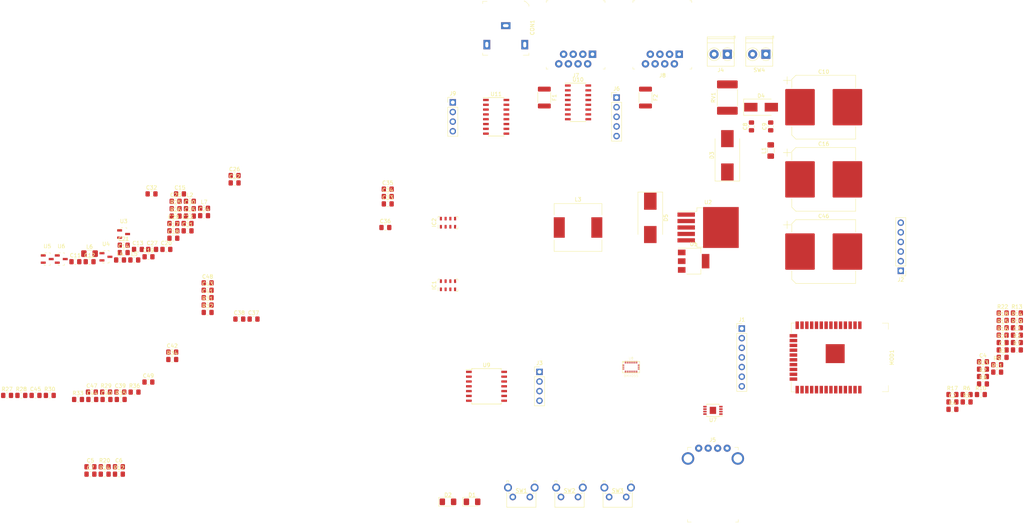
<source format=kicad_pcb>
(kicad_pcb (version 20171130) (host pcbnew 5.0.2-bee76a0~70~ubuntu18.10.1)
  (layers (0 F.Cu signal) (31 B.Cu signal) (34 B.Paste user) (35 F.Paste user) (36 B.SilkS user) (37 F.SilkS user) (38 B.Mask user) (39 F.Mask user) (44 Edge.Cuts user))
  (net 0 "")
  (net 1 GND)
  (net 2 EN)
  (net 3 BOOTM)
  (net 4 BUT_ENTR)
  (net 5 BUT_UP)
  (net 6 BUT_DOWN)
  (net 7 SW_VARIO)
  (net 8 "Net-(C7-Pad1)")
  (net 9 "Net-(C8-Pad1)")
  (net 10 +12V)
  (net 11 +5V)
  (net 12 VDD)
  (net 13 "Net-(C19-Pad1)")
  (net 14 /Power/ACCELPWR)
  (net 15 "Net-(C22-Pad1)")
  (net 16 /Power/PSTATPWR)
  (net 17 "Net-(C25-Pad1)")
  (net 18 /Power/PDUSPWR)
  (net 19 "Net-(C28-Pad1)")
  (net 20 /Power/PDIFPWR)
  (net 21 "Net-(C31-Pad1)")
  (net 22 "Net-(C32-Pad1)")
  (net 23 "Net-(C40-Pad1)")
  (net 24 "Net-(C40-Pad2)")
  (net 25 "Net-(C41-Pad2)")
  (net 26 "Net-(C41-Pad1)")
  (net 27 "Net-(C42-Pad2)")
  (net 28 "Net-(C43-Pad2)")
  (net 29 "Net-(C47-Pad1)")
  (net 30 "Net-(C47-Pad2)")
  (net 31 "Net-(C48-Pad1)")
  (net 32 "Net-(C48-Pad2)")
  (net 33 "Net-(C49-Pad1)")
  (net 34 "Net-(CON1-Pad3)")
  (net 35 "Net-(CON1-Pad2)")
  (net 36 "Net-(CON1-Pad1)")
  (net 37 "Net-(D1-Pad2)")
  (net 38 "Net-(D2-Pad2)")
  (net 39 "Net-(D3-Pad2)")
  (net 40 "Net-(D5-Pad1)")
  (net 41 "Net-(F1-Pad1)")
  (net 42 "Net-(F2-Pad1)")
  (net 43 I2C1_SCK)
  (net 44 I2C1_SDA)
  (net 45 "Net-(IC1-Pad6)")
  (net 46 "Net-(IC2-Pad6)")
  (net 47 I2C0_SDA)
  (net 48 I2C0_SCK)
  (net 49 SPICLK)
  (net 50 SPIQ)
  (net 51 SPID)
  (net 52 SPICS0)
  (net 53 U0RXD)
  (net 54 "Net-(J2-Pad3)")
  (net 55 "Net-(J4-Pad1)")
  (net 56 "Net-(J5-Pad2)")
  (net 57 "Net-(J5-Pad3)")
  (net 58 "Net-(J6-Pad1)")
  (net 59 "Net-(J6-Pad2)")
  (net 60 "Net-(J6-Pad3)")
  (net 61 "Net-(J6-Pad4)")
  (net 62 "Net-(J7-Pad6)")
  (net 63 "Net-(J7-Pad5)")
  (net 64 "Net-(J7-Pad4)")
  (net 65 "Net-(J7-Pad3)")
  (net 66 "Net-(J8-Pad3)")
  (net 67 "Net-(J8-Pad4)")
  (net 68 "Net-(J8-Pad5)")
  (net 69 "Net-(J8-Pad6)")
  (net 70 "Net-(J9-Pad4)")
  (net 71 "Net-(J9-Pad3)")
  (net 72 U1RXD)
  (net 73 "Net-(MOD1-Pad17)")
  (net 74 "Net-(MOD1-Pad18)")
  (net 75 "Net-(MOD1-Pad19)")
  (net 76 "Net-(MOD1-Pad20)")
  (net 77 "Net-(MOD1-Pad21)")
  (net 78 "Net-(MOD1-Pad22)")
  (net 79 U1TXD)
  (net 80 LED2)
  (net 81 VSENS)
  (net 82 SND_L)
  (net 83 SND_R)
  (net 84 U1RTS)
  (net 85 U1CTS)
  (net 86 LED1)
  (net 87 U0TXD)
  (net 88 "Net-(MOD1-Pad32)")
  (net 89 U2TXD)
  (net 90 U2RXD)
  (net 91 "Net-(R3-Pad1)")
  (net 92 "Net-(R10-Pad2)")
  (net 93 "Net-(R11-Pad2)")
  (net 94 "Net-(R12-Pad2)")
  (net 95 "Net-(R25-Pad1)")
  (net 96 "Net-(R26-Pad1)")
  (net 97 "Net-(R31-Pad1)")
  (net 98 "Net-(R32-Pad1)")
  (net 99 "Net-(U7-Pad4)")
  (net 100 "Net-(U8-Pad8)")
  (net 101 "Net-(U8-Pad10)")
  (net 102 "Net-(U8-Pad19)")
  (net 103 "Net-(U8-Pad18)")
  (net 104 "Net-(U8-Pad5)")
  (net 105 "Net-(U8-Pad2)")
  (net 106 "Net-(U8-Pad1)")
  (net 107 "Net-(U8-Pad14)")
  (net 108 "Net-(U8-Pad15)")
  (net 109 "Net-(U8-Pad16)")
  (net 110 "Net-(U9-Pad1)")
  (net 111 "Net-(U9-Pad2)")
  (net 112 "Net-(U9-Pad5)")
  (net 113 "Net-(U9-Pad12)")
  (net 114 "Net-(U11-Pad9)")
  (module Capacitor_SMD:C_0805_2012Metric_Pad1.15x1.40mm_HandSolder (layer F.Cu) (at 263.085001 117.405001)
    (fp_text reference C1 (at 0 -1.65) (layer F.SilkS))
    (fp_text value 100n)
    (pad 2 smd roundrect (at 1.025 0) (size 1.15 1.4) (layers F.Cu F.Paste F.Mask) (roundrect_rratio 0.217391) (net 1 GND))
    (pad 1 smd roundrect (at -1.025 0) (size 1.15 1.4) (layers F.Cu F.Paste F.Mask) (roundrect_rratio 0.217391) (net 2 EN))
  )
  (module Capacitor_SMD:C_0805_2012Metric_Pad1.15x1.40mm_HandSolder (layer F.Cu) (at 249.835001 131.125001)
    (fp_text reference C2 (at 0 -1.65) (layer F.SilkS))
    (fp_text value 100n)
    (pad 1 smd roundrect (at -1.025 0) (size 1.15 1.4) (layers F.Cu F.Paste F.Mask) (roundrect_rratio 0.217391) (net 3 BOOTM))
    (pad 2 smd roundrect (at 1.025 0) (size 1.15 1.4) (layers F.Cu F.Paste F.Mask) (roundrect_rratio 0.217391) (net 1 GND))
  )
  (module Capacitor_SMD:C_0805_2012Metric_Pad1.15x1.40mm_HandSolder (layer F.Cu) (at 266.835001 113.505001)
    (fp_text reference C3 (at 0 -1.65) (layer F.SilkS))
    (fp_text value 100n)
    (pad 1 smd roundrect (at -1.025 0) (size 1.15 1.4) (layers F.Cu F.Paste F.Mask) (roundrect_rratio 0.217391) (net 4 BUT_ENTR))
    (pad 2 smd roundrect (at 1.025 0) (size 1.15 1.4) (layers F.Cu F.Paste F.Mask) (roundrect_rratio 0.217391) (net 1 GND))
  )
  (module Capacitor_SMD:C_0805_2012Metric_Pad1.15x1.40mm_HandSolder (layer F.Cu) (at 257.885001 120.525001)
    (fp_text reference C4 (at 0 -1.65) (layer F.SilkS))
    (fp_text value 100n)
    (pad 2 smd roundrect (at 1.025 0) (size 1.15 1.4) (layers F.Cu F.Paste F.Mask) (roundrect_rratio 0.217391) (net 1 GND))
    (pad 1 smd roundrect (at -1.025 0) (size 1.15 1.4) (layers F.Cu F.Paste F.Mask) (roundrect_rratio 0.217391) (net 5 BUT_UP))
  )
  (module Capacitor_SMD:C_0805_2012Metric_Pad1.15x1.40mm_HandSolder (layer F.Cu) (at 22.575001 148.235001)
    (fp_text reference C5 (at 0 -1.65) (layer F.SilkS))
    (fp_text value 100n)
    (pad 1 smd roundrect (at -1.025 0) (size 1.15 1.4) (layers F.Cu F.Paste F.Mask) (roundrect_rratio 0.217391) (net 6 BUT_DOWN))
    (pad 2 smd roundrect (at 1.025 0) (size 1.15 1.4) (layers F.Cu F.Paste F.Mask) (roundrect_rratio 0.217391) (net 1 GND))
  )
  (module Capacitor_SMD:C_0805_2012Metric_Pad1.15x1.40mm_HandSolder (layer F.Cu) (at 30.075001 148.235001)
    (fp_text reference C6 (at 0 -1.65) (layer F.SilkS))
    (fp_text value 100n)
    (pad 2 smd roundrect (at 1.025 0) (size 1.15 1.4) (layers F.Cu F.Paste F.Mask) (roundrect_rratio 0.217391) (net 1 GND))
    (pad 1 smd roundrect (at -1.025 0) (size 1.15 1.4) (layers F.Cu F.Paste F.Mask) (roundrect_rratio 0.217391) (net 7 SW_VARIO))
  )
  (module Capacitor_SMD:C_0805_2012Metric_Pad1.15x1.40mm_HandSolder (layer F.Cu) (at 22.575001 150.185001)
    (fp_text reference C7 (at 0 -1.65) (layer F.SilkS))
    (fp_text value 100n)
    (pad 2 smd roundrect (at 1.025 0) (size 1.15 1.4) (layers F.Cu F.Paste F.Mask) (roundrect_rratio 0.217391) (net 1 GND))
    (pad 1 smd roundrect (at -1.025 0) (size 1.15 1.4) (layers F.Cu F.Paste F.Mask) (roundrect_rratio 0.217391) (net 8 "Net-(C7-Pad1)"))
  )
  (module Capacitor_SMD:C_0805_2012Metric_Pad1.15x1.40mm_HandSolder (layer F.Cu) (at 196.85 58.42 90)
    (fp_text reference C8 (at 0 -1.65 90) (layer F.SilkS))
    (fp_text value 100n)
    (pad 2 smd roundrect (at 1.025 0 90) (size 1.15 1.4) (layers F.Cu F.Paste F.Mask) (roundrect_rratio 0.217391) (net 1 GND))
    (pad 1 smd roundrect (at -1.025 0 90) (size 1.15 1.4) (layers F.Cu F.Paste F.Mask) (roundrect_rratio 0.217391) (net 9 "Net-(C8-Pad1)"))
  )
  (module Capacitor_SMD:C_0805_2012Metric_Pad1.15x1.40mm_HandSolder (layer F.Cu) (at 201.93 58.42 90)
    (fp_text reference C9 (at 0 -1.65 90) (layer F.SilkS))
    (fp_text value 1u)
    (pad 1 smd roundrect (at -1.025 0 90) (size 1.15 1.4) (layers F.Cu F.Paste F.Mask) (roundrect_rratio 0.217391) (net 9 "Net-(C8-Pad1)"))
    (pad 2 smd roundrect (at 1.025 0 90) (size 1.15 1.4) (layers F.Cu F.Paste F.Mask) (roundrect_rratio 0.217391) (net 1 GND))
  )
  (module Capacitor_SMD:CP_Elec_16x17.5 (layer F.Cu) (at 215.9 53.34)
    (fp_text reference C10 (at 0 -9.35) (layer F.SilkS))
    (fp_text value 330u)
    (pad 2 smd roundrect (at 6.25 0) (size 7.8 9.6) (layers F.Cu F.Paste F.Mask) (roundrect_rratio 0.032051) (net 1 GND))
    (pad 1 smd roundrect (at -6.25 0) (size 7.8 9.6) (layers F.Cu F.Paste F.Mask) (roundrect_rratio 0.032051) (net 10 +12V))
  )
  (module Capacitor_SMD:C_0805_2012Metric_Pad1.15x1.40mm_HandSolder (layer F.Cu) (at 18.605001 94.115001)
    (fp_text reference C11 (at 0 -1.65) (layer F.SilkS))
    (fp_text value 100n)
    (pad 2 smd roundrect (at 1.025 0) (size 1.15 1.4) (layers F.Cu F.Paste F.Mask) (roundrect_rratio 0.217391) (net 1 GND))
    (pad 1 smd roundrect (at -1.025 0) (size 1.15 1.4) (layers F.Cu F.Paste F.Mask) (roundrect_rratio 0.217391) (net 10 +12V))
  )
  (module Capacitor_SMD:C_0805_2012Metric_Pad1.15x1.40mm_HandSolder (layer F.Cu) (at 22.355001 94.115001)
    (fp_text reference C12 (at 0 -1.65) (layer F.SilkS))
    (fp_text value 1u)
    (pad 1 smd roundrect (at -1.025 0) (size 1.15 1.4) (layers F.Cu F.Paste F.Mask) (roundrect_rratio 0.217391) (net 10 +12V))
    (pad 2 smd roundrect (at 1.025 0) (size 1.15 1.4) (layers F.Cu F.Paste F.Mask) (roundrect_rratio 0.217391) (net 1 GND))
  )
  (module Capacitor_SMD:C_0805_2012Metric_Pad1.15x1.40mm_HandSolder (layer F.Cu) (at 35.095001 90.865001)
    (fp_text reference C13 (at 0 -1.65) (layer F.SilkS))
    (fp_text value 100n)
    (pad 1 smd roundrect (at -1.025 0) (size 1.15 1.4) (layers F.Cu F.Paste F.Mask) (roundrect_rratio 0.217391) (net 11 +5V))
    (pad 2 smd roundrect (at 1.025 0) (size 1.15 1.4) (layers F.Cu F.Paste F.Mask) (roundrect_rratio 0.217391) (net 1 GND))
  )
  (module Capacitor_SMD:C_0805_2012Metric_Pad1.15x1.40mm_HandSolder (layer F.Cu) (at 31.345001 91.715001)
    (fp_text reference C14 (at 0 -1.65) (layer F.SilkS))
    (fp_text value 100n)
    (pad 2 smd roundrect (at 1.025 0) (size 1.15 1.4) (layers F.Cu F.Paste F.Mask) (roundrect_rratio 0.217391) (net 1 GND))
    (pad 1 smd roundrect (at -1.025 0) (size 1.15 1.4) (layers F.Cu F.Paste F.Mask) (roundrect_rratio 0.217391) (net 12 VDD))
  )
  (module Capacitor_SMD:C_0805_2012Metric_Pad1.15x1.40mm_HandSolder (layer F.Cu) (at 46.185001 76.225001)
    (fp_text reference C15 (at 0 -1.65) (layer F.SilkS))
    (fp_text value 22u)
    (pad 1 smd roundrect (at -1.025 0) (size 1.15 1.4) (layers F.Cu F.Paste F.Mask) (roundrect_rratio 0.217391) (net 12 VDD))
    (pad 2 smd roundrect (at 1.025 0) (size 1.15 1.4) (layers F.Cu F.Paste F.Mask) (roundrect_rratio 0.217391) (net 1 GND))
  )
  (module Capacitor_SMD:CP_Elec_16x17.5 (layer F.Cu) (at 215.9 72.39)
    (fp_text reference C16 (at 0 -9.35) (layer F.SilkS))
    (fp_text value 470u)
    (pad 1 smd roundrect (at -6.25 0) (size 7.8 9.6) (layers F.Cu F.Paste F.Mask) (roundrect_rratio 0.032051) (net 11 +5V))
    (pad 2 smd roundrect (at 6.25 0) (size 7.8 9.6) (layers F.Cu F.Paste F.Mask) (roundrect_rratio 0.032051) (net 1 GND))
  )
  (module Capacitor_SMD:C_0805_2012Metric_Pad1.15x1.40mm_HandSolder (layer F.Cu) (at 44.435001 85.975001)
    (fp_text reference C17 (at 0 -1.65) (layer F.SilkS))
    (fp_text value 100n)
    (pad 2 smd roundrect (at 1.025 0) (size 1.15 1.4) (layers F.Cu F.Paste F.Mask) (roundrect_rratio 0.217391) (net 1 GND))
    (pad 1 smd roundrect (at -1.025 0) (size 1.15 1.4) (layers F.Cu F.Paste F.Mask) (roundrect_rratio 0.217391) (net 11 +5V))
  )
  (module Capacitor_SMD:C_0805_2012Metric_Pad1.15x1.40mm_HandSolder (layer F.Cu) (at 44.435001 87.925001)
    (fp_text reference C18 (at 0 -1.65) (layer F.SilkS))
    (fp_text value 1u)
    (pad 1 smd roundrect (at -1.025 0) (size 1.15 1.4) (layers F.Cu F.Paste F.Mask) (roundrect_rratio 0.217391) (net 11 +5V))
    (pad 2 smd roundrect (at 1.025 0) (size 1.15 1.4) (layers F.Cu F.Paste F.Mask) (roundrect_rratio 0.217391) (net 1 GND))
  )
  (module Capacitor_SMD:C_0805_2012Metric_Pad1.15x1.40mm_HandSolder (layer F.Cu) (at 37.885001 92.815001)
    (fp_text reference C19 (at 0 -1.65) (layer F.SilkS))
    (fp_text value 1u)
    (pad 2 smd roundrect (at 1.025 0) (size 1.15 1.4) (layers F.Cu F.Paste F.Mask) (roundrect_rratio 0.217391) (net 1 GND))
    (pad 1 smd roundrect (at -1.025 0) (size 1.15 1.4) (layers F.Cu F.Paste F.Mask) (roundrect_rratio 0.217391) (net 13 "Net-(C19-Pad1)"))
  )
  (module Capacitor_SMD:C_0805_2012Metric_Pad1.15x1.40mm_HandSolder (layer F.Cu) (at 42.595001 90.865001)
    (fp_text reference C20 (at 0 -1.65) (layer F.SilkS))
    (fp_text value 1u)
    (pad 1 smd roundrect (at -1.025 0) (size 1.15 1.4) (layers F.Cu F.Paste F.Mask) (roundrect_rratio 0.217391) (net 14 /Power/ACCELPWR))
    (pad 2 smd roundrect (at 1.025 0) (size 1.15 1.4) (layers F.Cu F.Paste F.Mask) (roundrect_rratio 0.217391) (net 1 GND))
  )
  (module Capacitor_SMD:C_0805_2012Metric_Pad1.15x1.40mm_HandSolder (layer F.Cu) (at 31.345001 89.765001)
    (fp_text reference C21 (at 0 -1.65) (layer F.SilkS))
    (fp_text value 1u)
    (pad 1 smd roundrect (at -1.025 0) (size 1.15 1.4) (layers F.Cu F.Paste F.Mask) (roundrect_rratio 0.217391) (net 11 +5V))
    (pad 2 smd roundrect (at 1.025 0) (size 1.15 1.4) (layers F.Cu F.Paste F.Mask) (roundrect_rratio 0.217391) (net 1 GND))
  )
  (module Capacitor_SMD:C_0805_2012Metric_Pad1.15x1.40mm_HandSolder (layer F.Cu) (at 60.585001 73.325001)
    (fp_text reference C22 (at 0 -1.65) (layer F.SilkS))
    (fp_text value 1u)
    (pad 2 smd roundrect (at 1.025 0) (size 1.15 1.4) (layers F.Cu F.Paste F.Mask) (roundrect_rratio 0.217391) (net 1 GND))
    (pad 1 smd roundrect (at -1.025 0) (size 1.15 1.4) (layers F.Cu F.Paste F.Mask) (roundrect_rratio 0.217391) (net 15 "Net-(C22-Pad1)"))
  )
  (module Capacitor_SMD:C_0805_2012Metric_Pad1.15x1.40mm_HandSolder (layer F.Cu) (at 48.185001 84.025001)
    (fp_text reference C23 (at 0 -1.65) (layer F.SilkS))
    (fp_text value 1u)
    (pad 1 smd roundrect (at -1.025 0) (size 1.15 1.4) (layers F.Cu F.Paste F.Mask) (roundrect_rratio 0.217391) (net 16 /Power/PSTATPWR))
    (pad 2 smd roundrect (at 1.025 0) (size 1.15 1.4) (layers F.Cu F.Paste F.Mask) (roundrect_rratio 0.217391) (net 1 GND))
  )
  (module Capacitor_SMD:C_0805_2012Metric_Pad1.15x1.40mm_HandSolder (layer F.Cu) (at 52.535001 81.975001)
    (fp_text reference C24 (at 0 -1.65) (layer F.SilkS))
    (fp_text value 1u)
    (pad 2 smd roundrect (at 1.025 0) (size 1.15 1.4) (layers F.Cu F.Paste F.Mask) (roundrect_rratio 0.217391) (net 1 GND))
    (pad 1 smd roundrect (at -1.025 0) (size 1.15 1.4) (layers F.Cu F.Paste F.Mask) (roundrect_rratio 0.217391) (net 11 +5V))
  )
  (module Capacitor_SMD:C_0805_2012Metric_Pad1.15x1.40mm_HandSolder (layer F.Cu) (at 48.785001 82.075001)
    (fp_text reference C25 (at 0 -1.65) (layer F.SilkS))
    (fp_text value 1u)
    (pad 1 smd roundrect (at -1.025 0) (size 1.15 1.4) (layers F.Cu F.Paste F.Mask) (roundrect_rratio 0.217391) (net 17 "Net-(C25-Pad1)"))
    (pad 2 smd roundrect (at 1.025 0) (size 1.15 1.4) (layers F.Cu F.Paste F.Mask) (roundrect_rratio 0.217391) (net 1 GND))
  )
  (module Capacitor_SMD:C_0805_2012Metric_Pad1.15x1.40mm_HandSolder (layer F.Cu) (at 60.585001 71.375001)
    (fp_text reference C26 (at 0 -1.65) (layer F.SilkS))
    (fp_text value 1u)
    (pad 2 smd roundrect (at 1.025 0) (size 1.15 1.4) (layers F.Cu F.Paste F.Mask) (roundrect_rratio 0.217391) (net 1 GND))
    (pad 1 smd roundrect (at -1.025 0) (size 1.15 1.4) (layers F.Cu F.Paste F.Mask) (roundrect_rratio 0.217391) (net 18 /Power/PDUSPWR))
  )
  (module Capacitor_SMD:C_0805_2012Metric_Pad1.15x1.40mm_HandSolder (layer F.Cu) (at 38.845001 90.865001)
    (fp_text reference C27 (at 0 -1.65) (layer F.SilkS))
    (fp_text value 1u)
    (pad 2 smd roundrect (at 1.025 0) (size 1.15 1.4) (layers F.Cu F.Paste F.Mask) (roundrect_rratio 0.217391) (net 1 GND))
    (pad 1 smd roundrect (at -1.025 0) (size 1.15 1.4) (layers F.Cu F.Paste F.Mask) (roundrect_rratio 0.217391) (net 11 +5V))
  )
  (module Capacitor_SMD:C_0805_2012Metric_Pad1.15x1.40mm_HandSolder (layer F.Cu) (at 45.035001 78.175001)
    (fp_text reference C28 (at 0 -1.65) (layer F.SilkS))
    (fp_text value 1u)
    (pad 1 smd roundrect (at -1.025 0) (size 1.15 1.4) (layers F.Cu F.Paste F.Mask) (roundrect_rratio 0.217391) (net 19 "Net-(C28-Pad1)"))
    (pad 2 smd roundrect (at 1.025 0) (size 1.15 1.4) (layers F.Cu F.Paste F.Mask) (roundrect_rratio 0.217391) (net 1 GND))
  )
  (module Capacitor_SMD:C_0805_2012Metric_Pad1.15x1.40mm_HandSolder (layer F.Cu) (at 44.435001 84.025001)
    (fp_text reference C29 (at 0 -1.65) (layer F.SilkS))
    (fp_text value 1u)
    (pad 1 smd roundrect (at -1.025 0) (size 1.15 1.4) (layers F.Cu F.Paste F.Mask) (roundrect_rratio 0.217391) (net 20 /Power/PDIFPWR))
    (pad 2 smd roundrect (at 1.025 0) (size 1.15 1.4) (layers F.Cu F.Paste F.Mask) (roundrect_rratio 0.217391) (net 1 GND))
  )
  (module Capacitor_SMD:C_0805_2012Metric_Pad1.15x1.40mm_HandSolder (layer F.Cu) (at 48.785001 80.125001)
    (fp_text reference C30 (at 0 -1.65) (layer F.SilkS))
    (fp_text value 100n)
    (pad 2 smd roundrect (at 1.025 0) (size 1.15 1.4) (layers F.Cu F.Paste F.Mask) (roundrect_rratio 0.217391) (net 1 GND))
    (pad 1 smd roundrect (at -1.025 0) (size 1.15 1.4) (layers F.Cu F.Paste F.Mask) (roundrect_rratio 0.217391) (net 11 +5V))
  )
  (module Capacitor_SMD:C_0805_2012Metric_Pad1.15x1.40mm_HandSolder (layer F.Cu) (at 48.185001 85.975001)
    (fp_text reference C31 (at 0 -1.65) (layer F.SilkS))
    (fp_text value 1u)
    (pad 1 smd roundrect (at -1.025 0) (size 1.15 1.4) (layers F.Cu F.Paste F.Mask) (roundrect_rratio 0.217391) (net 21 "Net-(C31-Pad1)"))
    (pad 2 smd roundrect (at 1.025 0) (size 1.15 1.4) (layers F.Cu F.Paste F.Mask) (roundrect_rratio 0.217391) (net 1 GND))
  )
  (module Capacitor_SMD:C_0805_2012Metric_Pad1.15x1.40mm_HandSolder (layer F.Cu) (at 38.685001 76.225001)
    (fp_text reference C32 (at 0 -1.65) (layer F.SilkS))
    (fp_text value 100n)
    (pad 2 smd roundrect (at 1.025 0) (size 1.15 1.4) (layers F.Cu F.Paste F.Mask) (roundrect_rratio 0.217391) (net 1 GND))
    (pad 1 smd roundrect (at -1.025 0) (size 1.15 1.4) (layers F.Cu F.Paste F.Mask) (roundrect_rratio 0.217391) (net 22 "Net-(C32-Pad1)"))
  )
  (module Capacitor_SMD:C_0805_2012Metric_Pad1.15x1.40mm_HandSolder (layer F.Cu) (at 100.955001 78.865001)
    (fp_text reference C33 (at 0 -1.65) (layer F.SilkS))
    (fp_text value 100n)
    (pad 2 smd roundrect (at 1.025 0) (size 1.15 1.4) (layers F.Cu F.Paste F.Mask) (roundrect_rratio 0.217391) (net 1 GND))
    (pad 1 smd roundrect (at -1.025 0) (size 1.15 1.4) (layers F.Cu F.Paste F.Mask) (roundrect_rratio 0.217391) (net 14 /Power/ACCELPWR))
  )
  (module Capacitor_SMD:C_0805_2012Metric_Pad1.15x1.40mm_HandSolder (layer F.Cu) (at 100.955001 76.915001)
    (fp_text reference C34 (at 0 -1.65) (layer F.SilkS))
    (fp_text value 100n)
    (pad 1 smd roundrect (at -1.025 0) (size 1.15 1.4) (layers F.Cu F.Paste F.Mask) (roundrect_rratio 0.217391) (net 14 /Power/ACCELPWR))
    (pad 2 smd roundrect (at 1.025 0) (size 1.15 1.4) (layers F.Cu F.Paste F.Mask) (roundrect_rratio 0.217391) (net 1 GND))
  )
  (module Capacitor_SMD:C_0805_2012Metric_Pad1.15x1.40mm_HandSolder (layer F.Cu) (at 100.955001 74.965001)
    (fp_text reference C35 (at 0 -1.65) (layer F.SilkS))
    (fp_text value 100n)
    (pad 2 smd roundrect (at 1.025 0) (size 1.15 1.4) (layers F.Cu F.Paste F.Mask) (roundrect_rratio 0.217391) (net 1 GND))
    (pad 1 smd roundrect (at -1.025 0) (size 1.15 1.4) (layers F.Cu F.Paste F.Mask) (roundrect_rratio 0.217391) (net 16 /Power/PSTATPWR))
  )
  (module Capacitor_SMD:C_0805_2012Metric_Pad1.15x1.40mm_HandSolder (layer F.Cu) (at 100.33 85.09)
    (fp_text reference C36 (at 0 -1.65) (layer F.SilkS))
    (fp_text value 100n)
    (pad 1 smd roundrect (at -1.025 0) (size 1.15 1.4) (layers F.Cu F.Paste F.Mask) (roundrect_rratio 0.217391) (net 18 /Power/PDUSPWR))
    (pad 2 smd roundrect (at 1.025 0) (size 1.15 1.4) (layers F.Cu F.Paste F.Mask) (roundrect_rratio 0.217391) (net 1 GND))
  )
  (module Capacitor_SMD:C_0805_2012Metric_Pad1.15x1.40mm_HandSolder (layer F.Cu) (at 65.575001 109.255001)
    (fp_text reference C37 (at 0 -1.65) (layer F.SilkS))
    (fp_text value 100n)
    (pad 2 smd roundrect (at 1.025 0) (size 1.15 1.4) (layers F.Cu F.Paste F.Mask) (roundrect_rratio 0.217391) (net 1 GND))
    (pad 1 smd roundrect (at -1.025 0) (size 1.15 1.4) (layers F.Cu F.Paste F.Mask) (roundrect_rratio 0.217391) (net 20 /Power/PDIFPWR))
  )
  (module Capacitor_SMD:C_0805_2012Metric_Pad1.15x1.40mm_HandSolder (layer F.Cu) (at 61.825001 109.255001)
    (fp_text reference C38 (at 0 -1.65) (layer F.SilkS))
    (fp_text value 100n)
    (pad 1 smd roundrect (at -1.025 0) (size 1.15 1.4) (layers F.Cu F.Paste F.Mask) (roundrect_rratio 0.217391) (net 20 /Power/PDIFPWR))
    (pad 2 smd roundrect (at 1.025 0) (size 1.15 1.4) (layers F.Cu F.Paste F.Mask) (roundrect_rratio 0.217391) (net 1 GND))
  )
  (module Capacitor_SMD:C_0805_2012Metric_Pad1.15x1.40mm_HandSolder (layer F.Cu) (at 30.455001 128.525001)
    (fp_text reference C39 (at 0 -1.65) (layer F.SilkS))
    (fp_text value 100n)
    (pad 2 smd roundrect (at 1.025 0) (size 1.15 1.4) (layers F.Cu F.Paste F.Mask) (roundrect_rratio 0.217391) (net 1 GND))
    (pad 1 smd roundrect (at -1.025 0) (size 1.15 1.4) (layers F.Cu F.Paste F.Mask) (roundrect_rratio 0.217391) (net 12 VDD))
  )
  (module Capacitor_SMD:C_0805_2012Metric_Pad1.15x1.40mm_HandSolder (layer F.Cu) (at 26.805001 130.475001)
    (fp_text reference C40 (at 0 -1.65) (layer F.SilkS))
    (fp_text value 100n)
    (pad 1 smd roundrect (at -1.025 0) (size 1.15 1.4) (layers F.Cu F.Paste F.Mask) (roundrect_rratio 0.217391) (net 23 "Net-(C40-Pad1)"))
    (pad 2 smd roundrect (at 1.025 0) (size 1.15 1.4) (layers F.Cu F.Paste F.Mask) (roundrect_rratio 0.217391) (net 24 "Net-(C40-Pad2)"))
  )
  (module Capacitor_SMD:C_0805_2012Metric_Pad1.15x1.40mm_HandSolder (layer F.Cu) (at 53.475001 103.605001)
    (fp_text reference C41 (at 0 -1.65) (layer F.SilkS))
    (fp_text value 100n)
    (pad 2 smd roundrect (at 1.025 0) (size 1.15 1.4) (layers F.Cu F.Paste F.Mask) (roundrect_rratio 0.217391) (net 25 "Net-(C41-Pad2)"))
    (pad 1 smd roundrect (at -1.025 0) (size 1.15 1.4) (layers F.Cu F.Paste F.Mask) (roundrect_rratio 0.217391) (net 26 "Net-(C41-Pad1)"))
  )
  (module Capacitor_SMD:C_0805_2012Metric_Pad1.15x1.40mm_HandSolder (layer F.Cu) (at 44.145001 117.975001)
    (fp_text reference C42 (at 0 -1.65) (layer F.SilkS))
    (fp_text value 100n)
    (pad 1 smd roundrect (at -1.025 0) (size 1.15 1.4) (layers F.Cu F.Paste F.Mask) (roundrect_rratio 0.217391) (net 1 GND))
    (pad 2 smd roundrect (at 1.025 0) (size 1.15 1.4) (layers F.Cu F.Paste F.Mask) (roundrect_rratio 0.217391) (net 27 "Net-(C42-Pad2)"))
  )
  (module Capacitor_SMD:C_0805_2012Metric_Pad1.15x1.40mm_HandSolder (layer F.Cu) (at 53.475001 101.655001)
    (fp_text reference C43 (at 0 -1.65) (layer F.SilkS))
    (fp_text value 100n)
    (pad 2 smd roundrect (at 1.025 0) (size 1.15 1.4) (layers F.Cu F.Paste F.Mask) (roundrect_rratio 0.217391) (net 28 "Net-(C43-Pad2)"))
    (pad 1 smd roundrect (at -1.025 0) (size 1.15 1.4) (layers F.Cu F.Paste F.Mask) (roundrect_rratio 0.217391) (net 1 GND))
  )
  (module Capacitor_SMD:C_0805_2012Metric_Pad1.15x1.40mm_HandSolder (layer F.Cu) (at 23.055001 130.475001)
    (fp_text reference C44 (at 0 -1.65) (layer F.SilkS))
    (fp_text value 100n)
    (pad 2 smd roundrect (at 1.025 0) (size 1.15 1.4) (layers F.Cu F.Paste F.Mask) (roundrect_rratio 0.217391) (net 1 GND))
    (pad 1 smd roundrect (at -1.025 0) (size 1.15 1.4) (layers F.Cu F.Paste F.Mask) (roundrect_rratio 0.217391) (net 11 +5V))
  )
  (module Capacitor_SMD:C_0805_2012Metric_Pad1.15x1.40mm_HandSolder (layer F.Cu) (at 8.105001 129.405001)
    (fp_text reference C45 (at 0 -1.65) (layer F.SilkS))
    (fp_text value 100n)
    (pad 1 smd roundrect (at -1.025 0) (size 1.15 1.4) (layers F.Cu F.Paste F.Mask) (roundrect_rratio 0.217391) (net 11 +5V))
    (pad 2 smd roundrect (at 1.025 0) (size 1.15 1.4) (layers F.Cu F.Paste F.Mask) (roundrect_rratio 0.217391) (net 1 GND))
  )
  (module Capacitor_SMD:CP_Elec_16x17.5 (layer F.Cu) (at 215.9 91.44)
    (fp_text reference C46 (at 0 -9.35) (layer F.SilkS))
    (fp_text value 470u)
    (pad 1 smd roundrect (at -6.25 0) (size 7.8 9.6) (layers F.Cu F.Paste F.Mask) (roundrect_rratio 0.032051) (net 11 +5V))
    (pad 2 smd roundrect (at 6.25 0) (size 7.8 9.6) (layers F.Cu F.Paste F.Mask) (roundrect_rratio 0.032051) (net 1 GND))
  )
  (module Capacitor_SMD:C_0805_2012Metric_Pad1.15x1.40mm_HandSolder (layer F.Cu) (at 22.955001 128.525001)
    (fp_text reference C47 (at 0 -1.65) (layer F.SilkS))
    (fp_text value 470n)
    (pad 1 smd roundrect (at -1.025 0) (size 1.15 1.4) (layers F.Cu F.Paste F.Mask) (roundrect_rratio 0.217391) (net 29 "Net-(C47-Pad1)"))
    (pad 2 smd roundrect (at 1.025 0) (size 1.15 1.4) (layers F.Cu F.Paste F.Mask) (roundrect_rratio 0.217391) (net 30 "Net-(C47-Pad2)"))
  )
  (module Capacitor_SMD:C_0805_2012Metric_Pad1.15x1.40mm_HandSolder (layer F.Cu) (at 53.475001 99.705001)
    (fp_text reference C48 (at 0 -1.65) (layer F.SilkS))
    (fp_text value 470n)
    (pad 1 smd roundrect (at -1.025 0) (size 1.15 1.4) (layers F.Cu F.Paste F.Mask) (roundrect_rratio 0.217391) (net 31 "Net-(C48-Pad1)"))
    (pad 2 smd roundrect (at 1.025 0) (size 1.15 1.4) (layers F.Cu F.Paste F.Mask) (roundrect_rratio 0.217391) (net 32 "Net-(C48-Pad2)"))
  )
  (module Capacitor_SMD:C_0805_2012Metric_Pad1.15x1.40mm_HandSolder (layer F.Cu) (at 37.855001 125.875001)
    (fp_text reference C49 (at 0 -1.65) (layer F.SilkS))
    (fp_text value 100n)
    (pad 2 smd roundrect (at 1.025 0) (size 1.15 1.4) (layers F.Cu F.Paste F.Mask) (roundrect_rratio 0.217391) (net 1 GND))
    (pad 1 smd roundrect (at -1.025 0) (size 1.15 1.4) (layers F.Cu F.Paste F.Mask) (roundrect_rratio 0.217391) (net 33 "Net-(C49-Pad1)"))
  )
  (module digikey-footprints:Headphone_Jack_2.5mm_SJ1-3523N (layer F.Cu) (at 132.08 36.83 270)
    (fp_text reference CON1 (at -4.5 -7 270) (layer F.SilkS))
    (fp_text value SJ1-3523N)
    (pad 3 thru_hole rect (at 0 -5 270) (size 2.5 1.8) (drill oval 1.5 0.8) (layers *.Cu *.Mask) (net 34 "Net-(CON1-Pad3)"))
    (pad 2 thru_hole rect (at 0 5 270) (size 2.5 1.8) (drill oval 1.5 0.8) (layers *.Cu *.Mask) (net 35 "Net-(CON1-Pad2)"))
    (pad 1 thru_hole rect (at -5 0 270) (size 1.8 2.5) (drill oval 0.8 1.5) (layers *.Cu *.Mask) (net 36 "Net-(CON1-Pad1)"))
    (pad "" np_thru_hole circle (at 0 0 270) (size 1.2 1.2) (drill 1.2) (layers *.Cu *.Mask))
    (pad "" np_thru_hole circle (at -5 -5 270) (size 1.2 1.2) (drill 1.2) (layers *.Cu *.Mask))
    (pad "" np_thru_hole circle (at -7.5 -5 270) (size 1.2 1.2) (drill 1.2) (layers *.Cu *.Mask))
    (pad "" np_thru_hole circle (at -5 5 270) (size 1.2 1.2) (drill 1.2) (layers *.Cu *.Mask))
    (pad "" np_thru_hole circle (at -7.5 5 270) (size 1.2 1.2) (drill 1.2) (layers *.Cu *.Mask))
  )
  (module LED_SMD:LED_1206_3216Metric_Pad1.42x1.75mm_HandSolder (layer F.Cu) (at 123.19 157.48)
    (fp_text reference D1 (at 0 -1.82) (layer F.SilkS))
    (fp_text value LED)
    (pad 2 smd roundrect (at 1.4875 0) (size 1.425 1.75) (layers F.Cu F.Paste F.Mask) (roundrect_rratio 0.175439) (net 37 "Net-(D1-Pad2)"))
    (pad 1 smd roundrect (at -1.4875 0) (size 1.425 1.75) (layers F.Cu F.Paste F.Mask) (roundrect_rratio 0.175439) (net 1 GND))
  )
  (module LED_SMD:LED_1206_3216Metric_Pad1.42x1.75mm_HandSolder (layer F.Cu) (at 116.84 157.48)
    (fp_text reference D2 (at 0 -1.82) (layer F.SilkS))
    (fp_text value LED)
    (pad 1 smd roundrect (at -1.4875 0) (size 1.425 1.75) (layers F.Cu F.Paste F.Mask) (roundrect_rratio 0.175439) (net 1 GND))
    (pad 2 smd roundrect (at 1.4875 0) (size 1.425 1.75) (layers F.Cu F.Paste F.Mask) (roundrect_rratio 0.175439) (net 38 "Net-(D2-Pad2)"))
  )
  (module Diode_SMD:D_SMC_Handsoldering (layer F.Cu) (at 190.5 66.04 90)
    (fp_text reference D3 (at 0 -4.1 90) (layer F.SilkS))
    (fp_text value 50V/3A)
    (pad 1 smd rect (at -4.4 0 180) (size 3.3 4.5) (layers F.Cu F.Paste F.Mask) (net 9 "Net-(C8-Pad1)"))
    (pad 2 smd rect (at 4.4 0 180) (size 3.3 4.5) (layers F.Cu F.Paste F.Mask) (net 39 "Net-(D3-Pad2)"))
  )
  (module Diode_SMD:D_SMB_Handsoldering (layer F.Cu) (at 199.39 53.34)
    (fp_text reference D4 (at 0 -3) (layer F.SilkS))
    (fp_text value 16V)
    (pad 1 smd rect (at -2.7 0) (size 3.5 2.3) (layers F.Cu F.Paste F.Mask) (net 39 "Net-(D3-Pad2)"))
    (pad 2 smd rect (at 2.7 0) (size 3.5 2.3) (layers F.Cu F.Paste F.Mask) (net 1 GND))
  )
  (module Diode_SMD:D_SMC_Handsoldering (layer F.Cu) (at 170.18 82.55 270)
    (fp_text reference D5 (at 0 -4.1 270) (layer F.SilkS))
    (fp_text value 50V/3A)
    (pad 2 smd rect (at 4.4 0) (size 3.3 4.5) (layers F.Cu F.Paste F.Mask) (net 1 GND))
    (pad 1 smd rect (at -4.4 0) (size 3.3 4.5) (layers F.Cu F.Paste F.Mask) (net 40 "Net-(D5-Pad1)"))
  )
  (module Fuse:Fuse_1812_4532Metric_Pad1.30x3.40mm_HandSolder (layer F.Cu) (at 142.24 50.8 270)
    (fp_text reference F1 (at 0 -2.65 270) (layer F.SilkS))
    (fp_text value 1.25A/16V)
    (pad 2 smd roundrect (at 2.225 0 270) (size 1.3 3.4) (layers F.Cu F.Paste F.Mask) (roundrect_rratio 0.192308) (net 10 +12V))
    (pad 1 smd roundrect (at -2.225 0 270) (size 1.3 3.4) (layers F.Cu F.Paste F.Mask) (roundrect_rratio 0.192308) (net 41 "Net-(F1-Pad1)"))
  )
  (module Fuse:Fuse_1812_4532Metric_Pad1.30x3.40mm_HandSolder (layer F.Cu) (at 168.91 50.8 270)
    (fp_text reference F2 (at 0 -2.65 270) (layer F.SilkS))
    (fp_text value 1.25A/16V)
    (pad 1 smd roundrect (at -2.225 0 270) (size 1.3 3.4) (layers F.Cu F.Paste F.Mask) (roundrect_rratio 0.192308) (net 42 "Net-(F2-Pad1)"))
    (pad 2 smd roundrect (at 2.225 0 270) (size 1.3 3.4) (layers F.Cu F.Paste F.Mask) (roundrect_rratio 0.192308) (net 10 +12V))
  )
  (module Package_LGA:LGA-8_3x5mm_P1.25mm (layer F.Cu) (at 116.84 100.33 90)
    (fp_text reference IC1 (at 0 -3.65 90) (layer F.SilkS))
    (fp_text value MS5611-01BA03)
    (pad 4 smd rect (at -1.075 1.875 90) (size 0.95 0.55) (layers F.Cu F.Paste F.Mask) (net 1 GND))
    (pad 1 smd rect (at -1.075 -1.875 90) (size 0.95 0.55) (layers F.Cu F.Paste F.Mask) (net 16 /Power/PSTATPWR))
    (pad 2 smd rect (at -1.075 -0.625 90) (size 0.95 0.55) (layers F.Cu F.Paste F.Mask) (net 16 /Power/PSTATPWR))
    (pad 3 smd rect (at -1.075 0.625 90) (size 0.95 0.55) (layers F.Cu F.Paste F.Mask) (net 1 GND))
    (pad 8 smd rect (at 1.075 -1.875 90) (size 0.95 0.55) (layers F.Cu F.Paste F.Mask) (net 43 I2C1_SCK))
    (pad 7 smd rect (at 1.075 -0.625 90) (size 0.95 0.55) (layers F.Cu F.Paste F.Mask) (net 44 I2C1_SDA))
    (pad 6 smd rect (at 1.075 0.625 90) (size 0.95 0.55) (layers F.Cu F.Paste F.Mask) (net 45 "Net-(IC1-Pad6)"))
    (pad 5 smd rect (at 1.075 1.875 90) (size 0.95 0.55) (layers F.Cu F.Paste F.Mask) (net 1 GND))
  )
  (module Package_LGA:LGA-8_3x5mm_P1.25mm (layer F.Cu) (at 116.84 83.82 90)
    (fp_text reference IC2 (at 0 -3.65 90) (layer F.SilkS))
    (fp_text value MS5611-01BA03)
    (pad 5 smd rect (at 1.075 1.875 90) (size 0.95 0.55) (layers F.Cu F.Paste F.Mask) (net 1 GND))
    (pad 6 smd rect (at 1.075 0.625 90) (size 0.95 0.55) (layers F.Cu F.Paste F.Mask) (net 46 "Net-(IC2-Pad6)"))
    (pad 7 smd rect (at 1.075 -0.625 90) (size 0.95 0.55) (layers F.Cu F.Paste F.Mask) (net 47 I2C0_SDA))
    (pad 8 smd rect (at 1.075 -1.875 90) (size 0.95 0.55) (layers F.Cu F.Paste F.Mask) (net 48 I2C0_SCK))
    (pad 3 smd rect (at -1.075 0.625 90) (size 0.95 0.55) (layers F.Cu F.Paste F.Mask) (net 1 GND))
    (pad 2 smd rect (at -1.075 -0.625 90) (size 0.95 0.55) (layers F.Cu F.Paste F.Mask) (net 18 /Power/PDUSPWR))
    (pad 1 smd rect (at -1.075 -1.875 90) (size 0.95 0.55) (layers F.Cu F.Paste F.Mask) (net 18 /Power/PDUSPWR))
    (pad 4 smd rect (at -1.075 1.875 90) (size 0.95 0.55) (layers F.Cu F.Paste F.Mask) (net 1 GND))
  )
  (module Connector_PinHeader_2.54mm:PinHeader_1x07_P2.54mm_Vertical (layer F.Cu) (at 194.31 111.76)
    (fp_text reference J1 (at 0 -2.33) (layer F.SilkS))
    (fp_text value SPI)
    (pad 1 thru_hole rect (at 0 0) (size 1.7 1.7) (drill 1) (layers *.Cu *.Mask) (net 11 +5V))
    (pad 2 thru_hole oval (at 0 2.54) (size 1.7 1.7) (drill 1) (layers *.Cu *.Mask) (net 12 VDD))
    (pad 3 thru_hole oval (at 0 5.08) (size 1.7 1.7) (drill 1) (layers *.Cu *.Mask) (net 49 SPICLK))
    (pad 4 thru_hole oval (at 0 7.62) (size 1.7 1.7) (drill 1) (layers *.Cu *.Mask) (net 50 SPIQ))
    (pad 5 thru_hole oval (at 0 10.16) (size 1.7 1.7) (drill 1) (layers *.Cu *.Mask) (net 51 SPID))
    (pad 6 thru_hole oval (at 0 12.7) (size 1.7 1.7) (drill 1) (layers *.Cu *.Mask) (net 52 SPICS0))
    (pad 7 thru_hole oval (at 0 15.24) (size 1.7 1.7) (drill 1) (layers *.Cu *.Mask) (net 1 GND))
  )
  (module Connector_PinHeader_2.54mm:PinHeader_1x06_P2.54mm_Vertical (layer F.Cu) (at 236.22 96.52 180)
    (fp_text reference J2 (at 0 -2.33 180) (layer F.SilkS))
    (fp_text value UART0)
    (pad 1 thru_hole rect (at 0 0 180) (size 1.7 1.7) (drill 1) (layers *.Cu *.Mask) (net 12 VDD))
    (pad 2 thru_hole oval (at 0 2.54 180) (size 1.7 1.7) (drill 1) (layers *.Cu *.Mask) (net 53 U0RXD))
    (pad 3 thru_hole oval (at 0 5.08 180) (size 1.7 1.7) (drill 1) (layers *.Cu *.Mask) (net 54 "Net-(J2-Pad3)"))
    (pad 4 thru_hole oval (at 0 7.62 180) (size 1.7 1.7) (drill 1) (layers *.Cu *.Mask) (net 2 EN))
    (pad 5 thru_hole oval (at 0 10.16 180) (size 1.7 1.7) (drill 1) (layers *.Cu *.Mask) (net 3 BOOTM))
    (pad 6 thru_hole oval (at 0 12.7 180) (size 1.7 1.7) (drill 1) (layers *.Cu *.Mask) (net 1 GND))
  )
  (module Connector_PinHeader_2.54mm:PinHeader_1x04_P2.54mm_Vertical (layer F.Cu) (at 140.97 123.19)
    (fp_text reference J3 (at 0 -2.33) (layer F.SilkS))
    (fp_text value I2C_0)
    (pad 1 thru_hole rect (at 0 0) (size 1.7 1.7) (drill 1) (layers *.Cu *.Mask) (net 12 VDD))
    (pad 2 thru_hole oval (at 0 2.54) (size 1.7 1.7) (drill 1) (layers *.Cu *.Mask) (net 48 I2C0_SCK))
    (pad 3 thru_hole oval (at 0 5.08) (size 1.7 1.7) (drill 1) (layers *.Cu *.Mask) (net 47 I2C0_SDA))
    (pad 4 thru_hole oval (at 0 7.62) (size 1.7 1.7) (drill 1) (layers *.Cu *.Mask) (net 1 GND))
  )
  (module TerminalBlock_Phoenix:TerminalBlock_Phoenix_PT-1,5-2-3.5-H_1x02_P3.50mm_Horizontal (layer F.Cu) (at 190.5 39.37 180)
    (fp_text reference J4 (at 1.75 -4.16 180) (layer F.SilkS))
    (fp_text value PWR_IN)
    (pad 1 thru_hole rect (at 0 0 180) (size 2.4 2.4) (drill 1.2) (layers *.Cu *.Mask) (net 55 "Net-(J4-Pad1)"))
    (pad 2 thru_hole circle (at 3.5 0 180) (size 2.4 2.4) (drill 1.2) (layers *.Cu *.Mask) (net 1 GND))
  )
  (module digikey-footprints:USB_A_Female_UE27AC54100 (layer F.Cu) (at 186.69 146.05)
    (fp_text reference J5 (at -0.075 -4.925) (layer F.SilkS))
    (fp_text value UE27AC54100)
    (pad SH thru_hole circle (at -6.57 0) (size 3.3 3.3) (drill 2.3) (layers *.Cu *.Mask) (net 1 GND))
    (pad SH thru_hole circle (at 6.57 0) (size 3.3 3.3) (drill 2.3) (layers *.Cu *.Mask) (net 1 GND))
    (pad 1 thru_hole circle (at -3.75 -2.71) (size 1.9 1.9) (drill 0.9) (layers *.Cu *.Mask) (net 22 "Net-(C32-Pad1)"))
    (pad 2 thru_hole circle (at -1.25 -2.725) (size 1.9 1.9) (drill 0.9) (layers *.Cu *.Mask) (net 56 "Net-(J5-Pad2)"))
    (pad 3 thru_hole circle (at 1.25 -2.7) (size 1.9 1.9) (drill 0.9) (layers *.Cu *.Mask) (net 57 "Net-(J5-Pad3)"))
    (pad 4 thru_hole circle (at 3.75 -2.71) (size 1.9 1.9) (drill 0.9) (layers *.Cu *.Mask) (net 1 GND))
  )
  (module Connector_PinHeader_2.54mm:PinHeader_1x05_P2.54mm_Vertical (layer F.Cu) (at 161.29 50.8)
    (fp_text reference J6 (at 0 -2.33) (layer F.SilkS))
    (fp_text value UART1)
    (pad 1 thru_hole rect (at 0 0) (size 1.7 1.7) (drill 1) (layers *.Cu *.Mask) (net 58 "Net-(J6-Pad1)"))
    (pad 2 thru_hole oval (at 0 2.54) (size 1.7 1.7) (drill 1) (layers *.Cu *.Mask) (net 59 "Net-(J6-Pad2)"))
    (pad 3 thru_hole oval (at 0 5.08) (size 1.7 1.7) (drill 1) (layers *.Cu *.Mask) (net 60 "Net-(J6-Pad3)"))
    (pad 4 thru_hole oval (at 0 7.62) (size 1.7 1.7) (drill 1) (layers *.Cu *.Mask) (net 61 "Net-(J6-Pad4)"))
    (pad 5 thru_hole oval (at 0 10.16) (size 1.7 1.7) (drill 1) (layers *.Cu *.Mask) (net 1 GND))
  )
  (module digikey-footprints:Ethernet_Jack_54602-908LF (layer F.Cu) (at 154.94 39.37 180)
    (fp_text reference J7 (at 4.4 -5.6 180) (layer F.SilkS))
    (fp_text value 54602-908LF)
    (pad "" np_thru_hole circle (at 10.16 6.35 180) (size 3.2 3.2) (drill 3.2) (layers *.Cu *.Mask))
    (pad "" np_thru_hole circle (at -1.27 6.35 180) (size 3.2 3.2) (drill 3.2) (layers *.Cu *.Mask))
    (pad 8 thru_hole circle (at 8.89 -2.54 180) (size 1.96 1.96) (drill 0.96) (layers *.Cu *.Mask) (net 41 "Net-(F1-Pad1)"))
    (pad 7 thru_hole circle (at 7.62 0 180) (size 1.96 1.96) (drill 0.96) (layers *.Cu *.Mask) (net 41 "Net-(F1-Pad1)"))
    (pad 6 thru_hole circle (at 6.35 -2.54 180) (size 1.96 1.96) (drill 0.96) (layers *.Cu *.Mask) (net 62 "Net-(J7-Pad6)"))
    (pad 5 thru_hole circle (at 5.08 0 180) (size 1.96 1.96) (drill 0.96) (layers *.Cu *.Mask) (net 63 "Net-(J7-Pad5)"))
    (pad 4 thru_hole circle (at 3.81 -2.54 180) (size 1.96 1.96) (drill 0.96) (layers *.Cu *.Mask) (net 64 "Net-(J7-Pad4)"))
    (pad 3 thru_hole circle (at 2.54 0 180) (size 1.96 1.96) (drill 0.96) (layers *.Cu *.Mask) (net 65 "Net-(J7-Pad3)"))
    (pad 2 thru_hole circle (at 1.27 -2.54 180) (size 1.96 1.96) (drill 0.96) (layers *.Cu *.Mask) (net 1 GND))
    (pad 1 thru_hole rect (at 0 0 180) (size 1.96 1.96) (drill 0.96) (layers *.Cu *.Mask) (net 1 GND))
  )
  (module digikey-footprints:Ethernet_Jack_54602-908LF (layer F.Cu) (at 177.8 39.37 180)
    (fp_text reference J8 (at 4.4 -5.6 180) (layer F.SilkS))
    (fp_text value 54602-908LF)
    (pad 1 thru_hole rect (at 0 0 180) (size 1.96 1.96) (drill 0.96) (layers *.Cu *.Mask) (net 1 GND))
    (pad 2 thru_hole circle (at 1.27 -2.54 180) (size 1.96 1.96) (drill 0.96) (layers *.Cu *.Mask) (net 1 GND))
    (pad 3 thru_hole circle (at 2.54 0 180) (size 1.96 1.96) (drill 0.96) (layers *.Cu *.Mask) (net 66 "Net-(J8-Pad3)"))
    (pad 4 thru_hole circle (at 3.81 -2.54 180) (size 1.96 1.96) (drill 0.96) (layers *.Cu *.Mask) (net 67 "Net-(J8-Pad4)"))
    (pad 5 thru_hole circle (at 5.08 0 180) (size 1.96 1.96) (drill 0.96) (layers *.Cu *.Mask) (net 68 "Net-(J8-Pad5)"))
    (pad 6 thru_hole circle (at 6.35 -2.54 180) (size 1.96 1.96) (drill 0.96) (layers *.Cu *.Mask) (net 69 "Net-(J8-Pad6)"))
    (pad 7 thru_hole circle (at 7.62 0 180) (size 1.96 1.96) (drill 0.96) (layers *.Cu *.Mask) (net 42 "Net-(F2-Pad1)"))
    (pad 8 thru_hole circle (at 8.89 -2.54 180) (size 1.96 1.96) (drill 0.96) (layers *.Cu *.Mask) (net 42 "Net-(F2-Pad1)"))
    (pad "" np_thru_hole circle (at -1.27 6.35 180) (size 3.2 3.2) (drill 3.2) (layers *.Cu *.Mask))
    (pad "" np_thru_hole circle (at 10.16 6.35 180) (size 3.2 3.2) (drill 3.2) (layers *.Cu *.Mask))
  )
  (module Connector_PinHeader_2.54mm:PinHeader_1x04_P2.54mm_Vertical (layer F.Cu) (at 118.11 52.07)
    (fp_text reference J9 (at 0 -2.33) (layer F.SilkS))
    (fp_text value SOUND)
    (pad 4 thru_hole oval (at 0 7.62) (size 1.7 1.7) (drill 1) (layers *.Cu *.Mask) (net 70 "Net-(J9-Pad4)"))
    (pad 3 thru_hole oval (at 0 5.08) (size 1.7 1.7) (drill 1) (layers *.Cu *.Mask) (net 71 "Net-(J9-Pad3)"))
    (pad 2 thru_hole oval (at 0 2.54) (size 1.7 1.7) (drill 1) (layers *.Cu *.Mask) (net 36 "Net-(CON1-Pad1)"))
    (pad 1 thru_hole rect (at 0 0) (size 1.7 1.7) (drill 1) (layers *.Cu *.Mask) (net 35 "Net-(CON1-Pad2)"))
  )
  (module Inductor_SMD:L_1206_3216Metric_Pad1.42x1.75mm_HandSolder (layer F.Cu) (at 201.93 64.77 90)
    (fp_text reference L1 (at 0 -1.82 90) (layer F.SilkS))
    (fp_text value "6A max.")
    (pad 2 smd roundrect (at 1.4875 0 90) (size 1.425 1.75) (layers F.Cu F.Paste F.Mask) (roundrect_rratio 0.175439) (net 9 "Net-(C8-Pad1)"))
    (pad 1 smd roundrect (at -1.4875 0 90) (size 1.425 1.75) (layers F.Cu F.Paste F.Mask) (roundrect_rratio 0.175439) (net 10 +12V))
  )
  (module Inductor_SMD:L_0805_2012Metric_Pad1.15x1.40mm_HandSolder (layer F.Cu) (at 48.785001 78.175001)
    (fp_text reference L2 (at 0 -1.65) (layer F.SilkS))
    (fp_text value Ferrite_Bead)
    (pad 1 smd roundrect (at -1.025 0) (size 1.15 1.4) (layers F.Cu F.Paste F.Mask) (roundrect_rratio 0.217391) (net 14 /Power/ACCELPWR))
    (pad 2 smd roundrect (at 1.025 0) (size 1.15 1.4) (layers F.Cu F.Paste F.Mask) (roundrect_rratio 0.217391) (net 13 "Net-(C19-Pad1)"))
  )
  (module Inductor_SMD:L_12x12mm_H8mm (layer F.Cu) (at 151.13 85.09)
    (fp_text reference L3 (at 0 -7.4) (layer F.SilkS))
    (fp_text value 47uH/3.5A)
    (pad 1 smd rect (at -4.95 0) (size 2.9 5.4) (layers F.Cu F.Paste F.Mask) (net 40 "Net-(D5-Pad1)"))
    (pad 2 smd rect (at 4.95 0) (size 2.9 5.4) (layers F.Cu F.Paste F.Mask) (net 11 +5V))
  )
  (module Inductor_SMD:L_0805_2012Metric_Pad1.15x1.40mm_HandSolder (layer F.Cu) (at 30.385001 93.665001)
    (fp_text reference L4 (at 0 -1.65) (layer F.SilkS))
    (fp_text value Ferrite_Bead)
    (pad 2 smd roundrect (at 1.025 0) (size 1.15 1.4) (layers F.Cu F.Paste F.Mask) (roundrect_rratio 0.217391) (net 15 "Net-(C22-Pad1)"))
    (pad 1 smd roundrect (at -1.025 0) (size 1.15 1.4) (layers F.Cu F.Paste F.Mask) (roundrect_rratio 0.217391) (net 16 /Power/PSTATPWR))
  )
  (module Inductor_SMD:L_0805_2012Metric_Pad1.15x1.40mm_HandSolder (layer F.Cu) (at 34.135001 93.665001)
    (fp_text reference L5 (at 0 -1.65) (layer F.SilkS))
    (fp_text value Ferrite_Bead)
    (pad 1 smd roundrect (at -1.025 0) (size 1.15 1.4) (layers F.Cu F.Paste F.Mask) (roundrect_rratio 0.217391) (net 18 /Power/PDUSPWR))
    (pad 2 smd roundrect (at 1.025 0) (size 1.15 1.4) (layers F.Cu F.Paste F.Mask) (roundrect_rratio 0.217391) (net 17 "Net-(C25-Pad1)"))
  )
  (module Inductor_SMD:L_1206_3216Metric_Pad1.42x1.75mm_HandSolder (layer F.Cu) (at 22.335001 91.995001)
    (fp_text reference L6 (at 0 -1.82) (layer F.SilkS))
    (fp_text value Ferrite_Bead)
    (pad 1 smd roundrect (at -1.4875 0) (size 1.425 1.75) (layers F.Cu F.Paste F.Mask) (roundrect_rratio 0.175439) (net 22 "Net-(C32-Pad1)"))
    (pad 2 smd roundrect (at 1.4875 0) (size 1.425 1.75) (layers F.Cu F.Paste F.Mask) (roundrect_rratio 0.175439) (net 21 "Net-(C31-Pad1)"))
  )
  (module Inductor_SMD:L_0805_2012Metric_Pad1.15x1.40mm_HandSolder (layer F.Cu) (at 52.535001 80.025001)
    (fp_text reference L7 (at 0 -1.65) (layer F.SilkS))
    (fp_text value Ferrite_Bead)
    (pad 2 smd roundrect (at 1.025 0) (size 1.15 1.4) (layers F.Cu F.Paste F.Mask) (roundrect_rratio 0.217391) (net 19 "Net-(C28-Pad1)"))
    (pad 1 smd roundrect (at -1.025 0) (size 1.15 1.4) (layers F.Cu F.Paste F.Mask) (roundrect_rratio 0.217391) (net 20 /Power/PDIFPWR))
  )
  (module digikey-footprints:ESP32-WROOM-32D (layer F.Cu) (at 217.17 119.38 270)
    (fp_text reference MOD1 (at 0.01 -16.69 270) (layer F.SilkS))
    (fp_text value ESP32-WROOM-32)
    (pad 1 smd rect (at -8.5 -8.255 270) (size 2 0.9) (layers F.Cu F.Paste F.Mask) (net 1 GND))
    (pad 15 smd rect (at -5.715 9.255) (size 2 0.9) (layers F.Cu F.Paste F.Mask) (net 1 GND))
    (pad 16 smd rect (at -4.445 9.255) (size 2 0.9) (layers F.Cu F.Paste F.Mask) (net 72 U1RXD))
    (pad 17 smd rect (at -3.175 9.255) (size 2 0.9) (layers F.Cu F.Paste F.Mask) (net 73 "Net-(MOD1-Pad17)"))
    (pad 18 smd rect (at -1.905 9.255) (size 2 0.9) (layers F.Cu F.Paste F.Mask) (net 74 "Net-(MOD1-Pad18)"))
    (pad 19 smd rect (at -0.635 9.255) (size 2 0.9) (layers F.Cu F.Paste F.Mask) (net 75 "Net-(MOD1-Pad19)"))
    (pad 20 smd rect (at 0.635 9.255) (size 2 0.9) (layers F.Cu F.Paste F.Mask) (net 76 "Net-(MOD1-Pad20)"))
    (pad 21 smd rect (at 1.905 9.255) (size 2 0.9) (layers F.Cu F.Paste F.Mask) (net 77 "Net-(MOD1-Pad21)"))
    (pad 22 smd rect (at 3.175 9.255) (size 2 0.9) (layers F.Cu F.Paste F.Mask) (net 78 "Net-(MOD1-Pad22)"))
    (pad 23 smd rect (at 4.445 9.255) (size 2 0.9) (layers F.Cu F.Paste F.Mask) (net 79 U1TXD))
    (pad 24 smd rect (at 5.715 9.255) (size 2 0.9) (layers F.Cu F.Paste F.Mask) (net 80 LED2))
    (pad 2 smd rect (at -8.5 -6.985 270) (size 2 0.9) (layers F.Cu F.Paste F.Mask) (net 12 VDD))
    (pad 3 smd rect (at -8.5 -5.715 270) (size 2 0.9) (layers F.Cu F.Paste F.Mask) (net 2 EN))
    (pad 4 smd rect (at -8.5 -4.445 270) (size 2 0.9) (layers F.Cu F.Paste F.Mask) (net 81 VSENS))
    (pad 5 smd rect (at -8.5 -3.175 270) (size 2 0.9) (layers F.Cu F.Paste F.Mask) (net 4 BUT_ENTR))
    (pad 6 smd rect (at -8.5 -1.905 270) (size 2 0.9) (layers F.Cu F.Paste F.Mask) (net 5 BUT_UP))
    (pad 7 smd rect (at -8.5 -0.635 270) (size 2 0.9) (layers F.Cu F.Paste F.Mask) (net 6 BUT_DOWN))
    (pad 8 smd rect (at -8.5 0.635 270) (size 2 0.9) (layers F.Cu F.Paste F.Mask) (net 48 I2C0_SCK))
    (pad 9 smd rect (at -8.5 1.905 270) (size 2 0.9) (layers F.Cu F.Paste F.Mask) (net 47 I2C0_SDA))
    (pad 10 smd rect (at -8.5 3.175 270) (size 2 0.9) (layers F.Cu F.Paste F.Mask) (net 82 SND_L))
    (pad 11 smd rect (at -8.5 4.445 270) (size 2 0.9) (layers F.Cu F.Paste F.Mask) (net 83 SND_R))
    (pad 12 smd rect (at -8.5 5.715 270) (size 2 0.9) (layers F.Cu F.Paste F.Mask) (net 84 U1RTS))
    (pad 13 smd rect (at -8.5 6.985 270) (size 2 0.9) (layers F.Cu F.Paste F.Mask) (net 85 U1CTS))
    (pad 14 smd rect (at -8.5 8.255 270) (size 2 0.9) (layers F.Cu F.Paste F.Mask) (net 86 LED1))
    (pad 38 smd rect (at 8.5 -8.255 270) (size 2 0.9) (layers F.Cu F.Paste F.Mask) (net 1 GND))
    (pad 37 smd rect (at 8.5 -6.985 270) (size 2 0.9) (layers F.Cu F.Paste F.Mask) (net 51 SPID))
    (pad 36 smd rect (at 8.5 -5.715 270) (size 2 0.9) (layers F.Cu F.Paste F.Mask) (net 44 I2C1_SDA))
    (pad 35 smd rect (at 8.5 -4.445 270) (size 2 0.9) (layers F.Cu F.Paste F.Mask) (net 87 U0TXD))
    (pad 34 smd rect (at 8.5 -3.175 270) (size 2 0.9) (layers F.Cu F.Paste F.Mask) (net 53 U0RXD))
    (pad 33 smd rect (at 8.5 -1.905 270) (size 2 0.9) (layers F.Cu F.Paste F.Mask) (net 43 I2C1_SCK))
    (pad 32 smd rect (at 8.5 -0.635 270) (size 2 0.9) (layers F.Cu F.Paste F.Mask) (net 88 "Net-(MOD1-Pad32)"))
    (pad 31 smd rect (at 8.5 0.635 270) (size 2 0.9) (layers F.Cu F.Paste F.Mask) (net 50 SPIQ))
    (pad 30 smd rect (at 8.5 1.905 270) (size 2 0.9) (layers F.Cu F.Paste F.Mask) (net 49 SPICLK))
    (pad 29 smd rect (at 8.5 3.175 270) (size 2 0.9) (layers F.Cu F.Paste F.Mask) (net 52 SPICS0))
    (pad 28 smd rect (at 8.5 4.445 270) (size 2 0.9) (layers F.Cu F.Paste F.Mask) (net 89 U2TXD))
    (pad 27 smd rect (at 8.5 5.715 270) (size 2 0.9) (layers F.Cu F.Paste F.Mask) (net 90 U2RXD))
    (pad 26 smd rect (at 8.5 6.985 270) (size 2 0.9) (layers F.Cu F.Paste F.Mask) (net 7 SW_VARIO))
    (pad 25 smd rect (at 8.5 8.255 270) (size 2 0.9) (layers F.Cu F.Paste F.Mask) (net 3 BOOTM))
    (pad 39 smd rect (at -1 -1.755 270) (size 5 5) (layers F.Cu F.Paste F.Mask) (net 1 GND))
  )
  (module Resistor_SMD:R_0805_2012Metric_Pad1.15x1.40mm_HandSolder (layer F.Cu) (at 263.085001 119.355001)
    (fp_text reference R1 (at 0 -1.65) (layer F.SilkS))
    (fp_text value 10k)
    (pad 2 smd roundrect (at 1.025 0) (size 1.15 1.4) (layers F.Cu F.Paste F.Mask) (roundrect_rratio 0.217391) (net 3 BOOTM))
    (pad 1 smd roundrect (at -1.025 0) (size 1.15 1.4) (layers F.Cu F.Paste F.Mask) (roundrect_rratio 0.217391) (net 12 VDD))
  )
  (module Resistor_SMD:R_0805_2012Metric_Pad1.15x1.40mm_HandSolder (layer F.Cu) (at 257.885001 124.425001)
    (fp_text reference R2 (at 0 -1.65) (layer F.SilkS))
    (fp_text value 10k)
    (pad 2 smd roundrect (at 1.025 0) (size 1.15 1.4) (layers F.Cu F.Paste F.Mask) (roundrect_rratio 0.217391) (net 2 EN))
    (pad 1 smd roundrect (at -1.025 0) (size 1.15 1.4) (layers F.Cu F.Paste F.Mask) (roundrect_rratio 0.217391) (net 12 VDD))
  )
  (module Resistor_SMD:R_0805_2012Metric_Pad1.15x1.40mm_HandSolder (layer F.Cu) (at 266.835001 115.455001)
    (fp_text reference R3 (at 0 -1.65) (layer F.SilkS))
    (fp_text value 10k)
    (pad 2 smd roundrect (at 1.025 0) (size 1.15 1.4) (layers F.Cu F.Paste F.Mask) (roundrect_rratio 0.217391) (net 12 VDD))
    (pad 1 smd roundrect (at -1.025 0) (size 1.15 1.4) (layers F.Cu F.Paste F.Mask) (roundrect_rratio 0.217391) (net 91 "Net-(R3-Pad1)"))
  )
  (module Resistor_SMD:R_0805_2012Metric_Pad1.15x1.40mm_HandSolder (layer F.Cu) (at 249.835001 133.075001)
    (fp_text reference R4 (at 0 -1.65) (layer F.SilkS))
    (fp_text value 10k)
    (pad 1 smd roundrect (at -1.025 0) (size 1.15 1.4) (layers F.Cu F.Paste F.Mask) (roundrect_rratio 0.217391) (net 12 VDD))
    (pad 2 smd roundrect (at 1.025 0) (size 1.15 1.4) (layers F.Cu F.Paste F.Mask) (roundrect_rratio 0.217391) (net 92 "Net-(R10-Pad2)"))
  )
  (module Resistor_SMD:R_0805_2012Metric_Pad1.15x1.40mm_HandSolder (layer F.Cu) (at 253.585001 131.125001)
    (fp_text reference R5 (at 0 -1.65) (layer F.SilkS))
    (fp_text value 10k)
    (pad 2 smd roundrect (at 1.025 0) (size 1.15 1.4) (layers F.Cu F.Paste F.Mask) (roundrect_rratio 0.217391) (net 93 "Net-(R11-Pad2)"))
    (pad 1 smd roundrect (at -1.025 0) (size 1.15 1.4) (layers F.Cu F.Paste F.Mask) (roundrect_rratio 0.217391) (net 12 VDD))
  )
  (module Resistor_SMD:R_0805_2012Metric_Pad1.15x1.40mm_HandSolder (layer F.Cu) (at 253.585001 129.175001)
    (fp_text reference R6 (at 0 -1.65) (layer F.SilkS))
    (fp_text value 10k)
    (pad 2 smd roundrect (at 1.025 0) (size 1.15 1.4) (layers F.Cu F.Paste F.Mask) (roundrect_rratio 0.217391) (net 94 "Net-(R12-Pad2)"))
    (pad 1 smd roundrect (at -1.025 0) (size 1.15 1.4) (layers F.Cu F.Paste F.Mask) (roundrect_rratio 0.217391) (net 12 VDD))
  )
  (module Resistor_SMD:R_0805_2012Metric_Pad1.15x1.40mm_HandSolder (layer F.Cu) (at 266.835001 117.405001)
    (fp_text reference R7 (at 0 -1.65) (layer F.SilkS))
    (fp_text value 470R)
    (pad 1 smd roundrect (at -1.025 0) (size 1.15 1.4) (layers F.Cu F.Paste F.Mask) (roundrect_rratio 0.217391) (net 86 LED1))
    (pad 2 smd roundrect (at 1.025 0) (size 1.15 1.4) (layers F.Cu F.Paste F.Mask) (roundrect_rratio 0.217391) (net 37 "Net-(D1-Pad2)"))
  )
  (module Resistor_SMD:R_0805_2012Metric_Pad1.15x1.40mm_HandSolder (layer F.Cu) (at 257.885001 126.375001)
    (fp_text reference R8 (at 0 -1.65) (layer F.SilkS))
    (fp_text value 470R)
    (pad 2 smd roundrect (at 1.025 0) (size 1.15 1.4) (layers F.Cu F.Paste F.Mask) (roundrect_rratio 0.217391) (net 38 "Net-(D2-Pad2)"))
    (pad 1 smd roundrect (at -1.025 0) (size 1.15 1.4) (layers F.Cu F.Paste F.Mask) (roundrect_rratio 0.217391) (net 80 LED2))
  )
  (module Resistor_SMD:R_0805_2012Metric_Pad1.15x1.40mm_HandSolder (layer F.Cu) (at 261.635001 121.305001)
    (fp_text reference R9 (at 0 -1.65) (layer F.SilkS))
    (fp_text value 10k)
    (pad 1 smd roundrect (at -1.025 0) (size 1.15 1.4) (layers F.Cu F.Paste F.Mask) (roundrect_rratio 0.217391) (net 4 BUT_ENTR))
    (pad 2 smd roundrect (at 1.025 0) (size 1.15 1.4) (layers F.Cu F.Paste F.Mask) (roundrect_rratio 0.217391) (net 91 "Net-(R3-Pad1)"))
  )
  (module Resistor_SMD:R_0805_2012Metric_Pad1.15x1.40mm_HandSolder (layer F.Cu) (at 257.335001 129.175001)
    (fp_text reference R10 (at 0 -1.65) (layer F.SilkS))
    (fp_text value 10k)
    (pad 2 smd roundrect (at 1.025 0) (size 1.15 1.4) (layers F.Cu F.Paste F.Mask) (roundrect_rratio 0.217391) (net 92 "Net-(R10-Pad2)"))
    (pad 1 smd roundrect (at -1.025 0) (size 1.15 1.4) (layers F.Cu F.Paste F.Mask) (roundrect_rratio 0.217391) (net 5 BUT_UP))
  )
  (module Resistor_SMD:R_0805_2012Metric_Pad1.15x1.40mm_HandSolder (layer F.Cu) (at 261.635001 123.255001)
    (fp_text reference R11 (at 0 -1.65) (layer F.SilkS))
    (fp_text value 10k)
    (pad 1 smd roundrect (at -1.025 0) (size 1.15 1.4) (layers F.Cu F.Paste F.Mask) (roundrect_rratio 0.217391) (net 6 BUT_DOWN))
    (pad 2 smd roundrect (at 1.025 0) (size 1.15 1.4) (layers F.Cu F.Paste F.Mask) (roundrect_rratio 0.217391) (net 93 "Net-(R11-Pad2)"))
  )
  (module Resistor_SMD:R_0805_2012Metric_Pad1.15x1.40mm_HandSolder (layer F.Cu) (at 30.075001 150.185001)
    (fp_text reference R12 (at 0 -1.65) (layer F.SilkS))
    (fp_text value 10k)
    (pad 1 smd roundrect (at -1.025 0) (size 1.15 1.4) (layers F.Cu F.Paste F.Mask) (roundrect_rratio 0.217391) (net 7 SW_VARIO))
    (pad 2 smd roundrect (at 1.025 0) (size 1.15 1.4) (layers F.Cu F.Paste F.Mask) (roundrect_rratio 0.217391) (net 94 "Net-(R12-Pad2)"))
  )
  (module Resistor_SMD:R_0805_2012Metric_Pad1.15x1.40mm_HandSolder (layer F.Cu) (at 266.835001 107.655001)
    (fp_text reference R13 (at 0 -1.65) (layer F.SilkS))
    (fp_text value 10k)
    (pad 1 smd roundrect (at -1.025 0) (size 1.15 1.4) (layers F.Cu F.Paste F.Mask) (roundrect_rratio 0.217391) (net 12 VDD))
    (pad 2 smd roundrect (at 1.025 0) (size 1.15 1.4) (layers F.Cu F.Paste F.Mask) (roundrect_rratio 0.217391) (net 79 U1TXD))
  )
  (module Resistor_SMD:R_0805_2012Metric_Pad1.15x1.40mm_HandSolder (layer F.Cu) (at 266.835001 109.605001)
    (fp_text reference R14 (at 0 -1.65) (layer F.SilkS))
    (fp_text value NC)
    (pad 2 smd roundrect (at 1.025 0) (size 1.15 1.4) (layers F.Cu F.Paste F.Mask) (roundrect_rratio 0.217391) (net 1 GND))
    (pad 1 smd roundrect (at -1.025 0) (size 1.15 1.4) (layers F.Cu F.Paste F.Mask) (roundrect_rratio 0.217391) (net 79 U1TXD))
  )
  (module Resistor_SMD:R_0805_2012Metric_Pad1.15x1.40mm_HandSolder (layer F.Cu) (at 263.085001 111.555001)
    (fp_text reference R15 (at 0 -1.65) (layer F.SilkS))
    (fp_text value 10k)
    (pad 2 smd roundrect (at 1.025 0) (size 1.15 1.4) (layers F.Cu F.Paste F.Mask) (roundrect_rratio 0.217391) (net 12 VDD))
    (pad 1 smd roundrect (at -1.025 0) (size 1.15 1.4) (layers F.Cu F.Paste F.Mask) (roundrect_rratio 0.217391) (net 50 SPIQ))
  )
  (module Resistor_SMD:R_0805_2012Metric_Pad1.15x1.40mm_HandSolder (layer F.Cu) (at 263.085001 113.505001)
    (fp_text reference R16 (at 0 -1.65) (layer F.SilkS))
    (fp_text value 10k)
    (pad 1 smd roundrect (at -1.025 0) (size 1.15 1.4) (layers F.Cu F.Paste F.Mask) (roundrect_rratio 0.217391) (net 43 I2C1_SCK))
    (pad 2 smd roundrect (at 1.025 0) (size 1.15 1.4) (layers F.Cu F.Paste F.Mask) (roundrect_rratio 0.217391) (net 12 VDD))
  )
  (module Resistor_SMD:R_0805_2012Metric_Pad1.15x1.40mm_HandSolder (layer F.Cu) (at 249.835001 129.175001)
    (fp_text reference R17 (at 0 -1.65) (layer F.SilkS))
    (fp_text value 10k)
    (pad 2 smd roundrect (at 1.025 0) (size 1.15 1.4) (layers F.Cu F.Paste F.Mask) (roundrect_rratio 0.217391) (net 12 VDD))
    (pad 1 smd roundrect (at -1.025 0) (size 1.15 1.4) (layers F.Cu F.Paste F.Mask) (roundrect_rratio 0.217391) (net 44 I2C1_SDA))
  )
  (module Resistor_SMD:R_0805_2012Metric_Pad1.15x1.40mm_HandSolder (layer F.Cu) (at 263.085001 109.605001)
    (fp_text reference R18 (at 0 -1.65) (layer F.SilkS))
    (fp_text value 10k)
    (pad 2 smd roundrect (at 1.025 0) (size 1.15 1.4) (layers F.Cu F.Paste F.Mask) (roundrect_rratio 0.217391) (net 48 I2C0_SCK))
    (pad 1 smd roundrect (at -1.025 0) (size 1.15 1.4) (layers F.Cu F.Paste F.Mask) (roundrect_rratio 0.217391) (net 12 VDD))
  )
  (module Resistor_SMD:R_0805_2012Metric_Pad1.15x1.40mm_HandSolder (layer F.Cu) (at 266.835001 111.555001)
    (fp_text reference R19 (at 0 -1.65) (layer F.SilkS))
    (fp_text value 10k)
    (pad 2 smd roundrect (at 1.025 0) (size 1.15 1.4) (layers F.Cu F.Paste F.Mask) (roundrect_rratio 0.217391) (net 47 I2C0_SDA))
    (pad 1 smd roundrect (at -1.025 0) (size 1.15 1.4) (layers F.Cu F.Paste F.Mask) (roundrect_rratio 0.217391) (net 12 VDD))
  )
  (module Resistor_SMD:R_0805_2012Metric_Pad1.15x1.40mm_HandSolder (layer F.Cu) (at 26.325001 148.235001)
    (fp_text reference R20 (at 0 -1.65) (layer F.SilkS))
    (fp_text value NC)
    (pad 2 smd roundrect (at 1.025 0) (size 1.15 1.4) (layers F.Cu F.Paste F.Mask) (roundrect_rratio 0.217391) (net 1 GND))
    (pad 1 smd roundrect (at -1.025 0) (size 1.15 1.4) (layers F.Cu F.Paste F.Mask) (roundrect_rratio 0.217391) (net 50 SPIQ))
  )
  (module Resistor_SMD:R_0805_2012Metric_Pad1.15x1.40mm_HandSolder (layer F.Cu) (at 263.085001 115.455001)
    (fp_text reference R21 (at 0 -1.65) (layer F.SilkS))
    (fp_text value 390k)
    (pad 1 smd roundrect (at -1.025 0) (size 1.15 1.4) (layers F.Cu F.Paste F.Mask) (roundrect_rratio 0.217391) (net 81 VSENS))
    (pad 2 smd roundrect (at 1.025 0) (size 1.15 1.4) (layers F.Cu F.Paste F.Mask) (roundrect_rratio 0.217391) (net 8 "Net-(C7-Pad1)"))
  )
  (module Resistor_SMD:R_0805_2012Metric_Pad1.15x1.40mm_HandSolder (layer F.Cu) (at 263.085001 107.655001)
    (fp_text reference R22 (at 0 -1.65) (layer F.SilkS))
    (fp_text value 0R)
    (pad 1 smd roundrect (at -1.025 0) (size 1.15 1.4) (layers F.Cu F.Paste F.Mask) (roundrect_rratio 0.217391) (net 10 +12V))
    (pad 2 smd roundrect (at 1.025 0) (size 1.15 1.4) (layers F.Cu F.Paste F.Mask) (roundrect_rratio 0.217391) (net 8 "Net-(C7-Pad1)"))
  )
  (module Resistor_SMD:R_0805_2012Metric_Pad1.15x1.40mm_HandSolder (layer F.Cu) (at 257.885001 122.475001)
    (fp_text reference R23 (at 0 -1.65) (layer F.SilkS))
    (fp_text value 470R)
    (pad 1 smd roundrect (at -1.025 0) (size 1.15 1.4) (layers F.Cu F.Paste F.Mask) (roundrect_rratio 0.217391) (net 54 "Net-(J2-Pad3)"))
    (pad 2 smd roundrect (at 1.025 0) (size 1.15 1.4) (layers F.Cu F.Paste F.Mask) (roundrect_rratio 0.217391) (net 87 U0TXD))
  )
  (module Resistor_SMD:R_0805_2012Metric_Pad1.15x1.40mm_HandSolder (layer F.Cu) (at 26.325001 150.185001)
    (fp_text reference R24 (at 0 -1.65) (layer F.SilkS))
    (fp_text value 100k)
    (pad 1 smd roundrect (at -1.025 0) (size 1.15 1.4) (layers F.Cu F.Paste F.Mask) (roundrect_rratio 0.217391) (net 8 "Net-(C7-Pad1)"))
    (pad 2 smd roundrect (at 1.025 0) (size 1.15 1.4) (layers F.Cu F.Paste F.Mask) (roundrect_rratio 0.217391) (net 1 GND))
  )
  (module Resistor_SMD:R_0805_2012Metric_Pad1.15x1.40mm_HandSolder (layer F.Cu) (at 45.035001 80.125001)
    (fp_text reference R25 (at 0 -1.65) (layer F.SilkS))
    (fp_text value 10k)
    (pad 2 smd roundrect (at 1.025 0) (size 1.15 1.4) (layers F.Cu F.Paste F.Mask) (roundrect_rratio 0.217391) (net 11 +5V))
    (pad 1 smd roundrect (at -1.025 0) (size 1.15 1.4) (layers F.Cu F.Paste F.Mask) (roundrect_rratio 0.217391) (net 95 "Net-(R25-Pad1)"))
  )
  (module Resistor_SMD:R_0805_2012Metric_Pad1.15x1.40mm_HandSolder (layer F.Cu) (at 45.035001 82.075001)
    (fp_text reference R26 (at 0 -1.65) (layer F.SilkS))
    (fp_text value 22k)
    (pad 1 smd roundrect (at -1.025 0) (size 1.15 1.4) (layers F.Cu F.Paste F.Mask) (roundrect_rratio 0.217391) (net 96 "Net-(R26-Pad1)"))
    (pad 2 smd roundrect (at 1.025 0) (size 1.15 1.4) (layers F.Cu F.Paste F.Mask) (roundrect_rratio 0.217391) (net 1 GND))
  )
  (module Resistor_SMD:R_0805_2012Metric_Pad1.15x1.40mm_HandSolder (layer F.Cu) (at 0.605001 129.405001)
    (fp_text reference R27 (at 0 -1.65) (layer F.SilkS))
    (fp_text value 470R)
    (pad 1 smd roundrect (at -1.025 0) (size 1.15 1.4) (layers F.Cu F.Paste F.Mask) (roundrect_rratio 0.217391) (net 58 "Net-(J6-Pad1)"))
    (pad 2 smd roundrect (at 1.025 0) (size 1.15 1.4) (layers F.Cu F.Paste F.Mask) (roundrect_rratio 0.217391) (net 72 U1RXD))
  )
  (module Resistor_SMD:R_0805_2012Metric_Pad1.15x1.40mm_HandSolder (layer F.Cu) (at 4.355001 129.405001)
    (fp_text reference R28 (at 0 -1.65) (layer F.SilkS))
    (fp_text value 470R)
    (pad 2 smd roundrect (at 1.025 0) (size 1.15 1.4) (layers F.Cu F.Paste F.Mask) (roundrect_rratio 0.217391) (net 79 U1TXD))
    (pad 1 smd roundrect (at -1.025 0) (size 1.15 1.4) (layers F.Cu F.Paste F.Mask) (roundrect_rratio 0.217391) (net 59 "Net-(J6-Pad2)"))
  )
  (module Resistor_SMD:R_0805_2012Metric_Pad1.15x1.40mm_HandSolder (layer F.Cu) (at 26.705001 128.525001)
    (fp_text reference R29 (at 0 -1.65) (layer F.SilkS))
    (fp_text value 470R)
    (pad 1 smd roundrect (at -1.025 0) (size 1.15 1.4) (layers F.Cu F.Paste F.Mask) (roundrect_rratio 0.217391) (net 60 "Net-(J6-Pad3)"))
    (pad 2 smd roundrect (at 1.025 0) (size 1.15 1.4) (layers F.Cu F.Paste F.Mask) (roundrect_rratio 0.217391) (net 84 U1RTS))
  )
  (module Resistor_SMD:R_0805_2012Metric_Pad1.15x1.40mm_HandSolder (layer F.Cu) (at 11.855001 129.405001)
    (fp_text reference R30 (at 0 -1.65) (layer F.SilkS))
    (fp_text value 470R)
    (pad 2 smd roundrect (at 1.025 0) (size 1.15 1.4) (layers F.Cu F.Paste F.Mask) (roundrect_rratio 0.217391) (net 85 U1CTS))
    (pad 1 smd roundrect (at -1.025 0) (size 1.15 1.4) (layers F.Cu F.Paste F.Mask) (roundrect_rratio 0.217391) (net 61 "Net-(J6-Pad4)"))
  )
  (module Resistor_SMD:R_0805_2012Metric_Pad1.15x1.40mm_HandSolder (layer F.Cu) (at 53.475001 105.555001)
    (fp_text reference R31 (at 0 -1.65) (layer F.SilkS))
    (fp_text value 470R)
    (pad 1 smd roundrect (at -1.025 0) (size 1.15 1.4) (layers F.Cu F.Paste F.Mask) (roundrect_rratio 0.217391) (net 97 "Net-(R31-Pad1)"))
    (pad 2 smd roundrect (at 1.025 0) (size 1.15 1.4) (layers F.Cu F.Paste F.Mask) (roundrect_rratio 0.217391) (net 90 U2RXD))
  )
  (module Resistor_SMD:R_0805_2012Metric_Pad1.15x1.40mm_HandSolder (layer F.Cu) (at 53.475001 107.505001)
    (fp_text reference R32 (at 0 -1.65) (layer F.SilkS))
    (fp_text value 470R)
    (pad 2 smd roundrect (at 1.025 0) (size 1.15 1.4) (layers F.Cu F.Paste F.Mask) (roundrect_rratio 0.217391) (net 89 U2TXD))
    (pad 1 smd roundrect (at -1.025 0) (size 1.15 1.4) (layers F.Cu F.Paste F.Mask) (roundrect_rratio 0.217391) (net 98 "Net-(R32-Pad1)"))
  )
  (module Resistor_SMD:R_0805_2012Metric_Pad1.15x1.40mm_HandSolder (layer F.Cu) (at 19.305001 130.475001)
    (fp_text reference R33 (at 0 -1.65) (layer F.SilkS))
    (fp_text value 10k)
    (pad 1 smd roundrect (at -1.025 0) (size 1.15 1.4) (layers F.Cu F.Paste F.Mask) (roundrect_rratio 0.217391) (net 30 "Net-(C47-Pad2)"))
    (pad 2 smd roundrect (at 1.025 0) (size 1.15 1.4) (layers F.Cu F.Paste F.Mask) (roundrect_rratio 0.217391) (net 82 SND_L))
  )
  (module Resistor_SMD:R_0805_2012Metric_Pad1.15x1.40mm_HandSolder (layer F.Cu) (at 44.145001 119.925001)
    (fp_text reference R34 (at 0 -1.65) (layer F.SilkS))
    (fp_text value 10k)
    (pad 2 smd roundrect (at 1.025 0) (size 1.15 1.4) (layers F.Cu F.Paste F.Mask) (roundrect_rratio 0.217391) (net 83 SND_R))
    (pad 1 smd roundrect (at -1.025 0) (size 1.15 1.4) (layers F.Cu F.Paste F.Mask) (roundrect_rratio 0.217391) (net 32 "Net-(C48-Pad2)"))
  )
  (module Resistor_SMD:R_0805_2012Metric_Pad1.15x1.40mm_HandSolder (layer F.Cu) (at 30.555001 130.475001)
    (fp_text reference R35 (at 0 -1.65) (layer F.SilkS))
    (fp_text value 1k)
    (pad 1 smd roundrect (at -1.025 0) (size 1.15 1.4) (layers F.Cu F.Paste F.Mask) (roundrect_rratio 0.217391) (net 32 "Net-(C48-Pad2)"))
    (pad 2 smd roundrect (at 1.025 0) (size 1.15 1.4) (layers F.Cu F.Paste F.Mask) (roundrect_rratio 0.217391) (net 1 GND))
  )
  (module Resistor_SMD:R_0805_2012Metric_Pad1.15x1.40mm_HandSolder (layer F.Cu) (at 34.205001 128.525001)
    (fp_text reference R36 (at 0 -1.65) (layer F.SilkS))
    (fp_text value 1k)
    (pad 1 smd roundrect (at -1.025 0) (size 1.15 1.4) (layers F.Cu F.Paste F.Mask) (roundrect_rratio 0.217391) (net 30 "Net-(C47-Pad2)"))
    (pad 2 smd roundrect (at 1.025 0) (size 1.15 1.4) (layers F.Cu F.Paste F.Mask) (roundrect_rratio 0.217391) (net 1 GND))
  )
  (module Fuse:Fuse_2920_7451Metric_Pad2.10x5.45mm_HandSolder (layer F.Cu) (at 190.5 50.8 90)
    (fp_text reference RV1 (at 0 -3.68 90) (layer F.SilkS))
    (fp_text value 3A/24V)
    (pad 1 smd roundrect (at -3.475 0 90) (size 2.1 5.45) (layers F.Cu F.Paste F.Mask) (roundrect_rratio 0.119048) (net 39 "Net-(D3-Pad2)"))
    (pad 2 smd roundrect (at 3.475 0 90) (size 2.1 5.45) (layers F.Cu F.Paste F.Mask) (roundrect_rratio 0.119048) (net 55 "Net-(J4-Pad1)"))
  )
  (module Button_Switch_THT:SW_Tactile_SPST_Angled_PTS645Vx83-2LFS (layer F.Cu) (at 138.43 156.21 180)
    (fp_text reference SW1 (at 2.25 1.68 180) (layer F.SilkS))
    (fp_text value SW_ENTR)
    (pad "" thru_hole circle (at 5.76 2.49 180) (size 2.1 2.1) (drill 1.3) (layers *.Cu *.Mask))
    (pad 2 thru_hole circle (at 4.5 0 180) (size 1.75 1.75) (drill 0.99) (layers *.Cu *.Mask) (net 1 GND))
    (pad 1 thru_hole circle (at 0 0 180) (size 1.75 1.75) (drill 0.99) (layers *.Cu *.Mask) (net 91 "Net-(R3-Pad1)"))
    (pad "" thru_hole circle (at -1.25 2.49 180) (size 2.1 2.1) (drill 1.3) (layers *.Cu *.Mask))
  )
  (module Button_Switch_THT:SW_Tactile_SPST_Angled_PTS645Vx83-2LFS (layer F.Cu) (at 151.13 156.21 180)
    (fp_text reference SW2 (at 2.25 1.68 180) (layer F.SilkS))
    (fp_text value SW_UP)
    (pad "" thru_hole circle (at -1.25 2.49 180) (size 2.1 2.1) (drill 1.3) (layers *.Cu *.Mask))
    (pad 1 thru_hole circle (at 0 0 180) (size 1.75 1.75) (drill 0.99) (layers *.Cu *.Mask) (net 92 "Net-(R10-Pad2)"))
    (pad 2 thru_hole circle (at 4.5 0 180) (size 1.75 1.75) (drill 0.99) (layers *.Cu *.Mask) (net 1 GND))
    (pad "" thru_hole circle (at 5.76 2.49 180) (size 2.1 2.1) (drill 1.3) (layers *.Cu *.Mask))
  )
  (module Button_Switch_THT:SW_Tactile_SPST_Angled_PTS645Vx83-2LFS (layer F.Cu) (at 163.83 156.21 180)
    (fp_text reference SW3 (at 2.25 1.68 180) (layer F.SilkS))
    (fp_text value SW_DOWN)
    (pad "" thru_hole circle (at 5.76 2.49 180) (size 2.1 2.1) (drill 1.3) (layers *.Cu *.Mask))
    (pad 2 thru_hole circle (at 4.5 0 180) (size 1.75 1.75) (drill 0.99) (layers *.Cu *.Mask) (net 1 GND))
    (pad 1 thru_hole circle (at 0 0 180) (size 1.75 1.75) (drill 0.99) (layers *.Cu *.Mask) (net 93 "Net-(R11-Pad2)"))
    (pad "" thru_hole circle (at -1.25 2.49 180) (size 2.1 2.1) (drill 1.3) (layers *.Cu *.Mask))
  )
  (module TerminalBlock_Phoenix:TerminalBlock_Phoenix_PT-1,5-2-3.5-H_1x02_P3.50mm_Horizontal (layer F.Cu) (at 200.66 39.37 180)
    (fp_text reference SW4 (at 1.75 -4.16 180) (layer F.SilkS))
    (fp_text value SW_VARIO)
    (pad 2 thru_hole circle (at 3.5 0 180) (size 2.4 2.4) (drill 1.2) (layers *.Cu *.Mask) (net 1 GND))
    (pad 1 thru_hole rect (at 0 0 180) (size 2.4 2.4) (drill 1.2) (layers *.Cu *.Mask) (net 94 "Net-(R12-Pad2)"))
  )
  (module Package_TO_SOT_SMD:SOT-223-3_TabPin2 (layer F.Cu) (at 181.61 93.98)
    (fp_text reference U1 (at 0 -4.5) (layer F.SilkS))
    (fp_text value AP1117-33)
    (pad 2 smd rect (at 3.15 0) (size 2 3.8) (layers F.Cu F.Paste F.Mask) (net 12 VDD))
    (pad 2 smd rect (at -3.15 0) (size 2 1.5) (layers F.Cu F.Paste F.Mask) (net 12 VDD))
    (pad 3 smd rect (at -3.15 2.3) (size 2 1.5) (layers F.Cu F.Paste F.Mask) (net 11 +5V))
    (pad 1 smd rect (at -3.15 -2.3) (size 2 1.5) (layers F.Cu F.Paste F.Mask) (net 1 GND))
  )
  (module Package_TO_SOT_SMD:TO-263-5_TabPin3 (layer F.Cu) (at 185.42 85.09)
    (fp_text reference U2 (at 0 -6.65) (layer F.SilkS))
    (fp_text value LM2596S-5)
    (pad 1 smd rect (at -5.775 -3.4) (size 4.6 1.1) (layers F.Cu F.Paste F.Mask) (net 10 +12V))
    (pad 2 smd rect (at -5.775 -1.7) (size 4.6 1.1) (layers F.Cu F.Paste F.Mask) (net 40 "Net-(D5-Pad1)"))
    (pad 3 smd rect (at -5.775 0) (size 4.6 1.1) (layers F.Cu F.Paste F.Mask) (net 1 GND))
    (pad 4 smd rect (at -5.775 1.7) (size 4.6 1.1) (layers F.Cu F.Paste F.Mask) (net 11 +5V))
    (pad 5 smd rect (at -5.775 3.4) (size 4.6 1.1) (layers F.Cu F.Paste F.Mask) (net 1 GND))
    (pad 3 smd rect (at 3.375 0) (size 9.4 10.8) (layers F.Cu F.Mask) (net 1 GND))
  )
  (module digikey-footprints:SOT-23-3 (layer F.Cu) (at 31.320001 86.815001)
    (fp_text reference U3 (at 0.025 -3.375) (layer F.SilkS))
    (fp_text value MCP1700T-3302E_TT)
    (pad 1 smd rect (at -1.05 -0.95) (size 1.3 0.6) (layers F.Cu F.Paste F.Mask) (net 1 GND))
    (pad 2 smd rect (at -1.05 0.95) (size 1.3 0.6) (layers F.Cu F.Paste F.Mask) (net 13 "Net-(C19-Pad1)"))
    (pad 3 smd rect (at 1.05 0) (size 1.3 0.6) (layers F.Cu F.Paste F.Mask) (net 11 +5V))
  )
  (module digikey-footprints:SOT-23-3 (layer F.Cu) (at 26.660001 92.825001)
    (fp_text reference U4 (at 0.025 -3.375) (layer F.SilkS))
    (fp_text value MCP1700T-3302E_TT)
    (pad 3 smd rect (at 1.05 0) (size 1.3 0.6) (layers F.Cu F.Paste F.Mask) (net 11 +5V))
    (pad 2 smd rect (at -1.05 0.95) (size 1.3 0.6) (layers F.Cu F.Paste F.Mask) (net 15 "Net-(C22-Pad1)"))
    (pad 1 smd rect (at -1.05 -0.95) (size 1.3 0.6) (layers F.Cu F.Paste F.Mask) (net 1 GND))
  )
  (module digikey-footprints:SOT-23-3 (layer F.Cu) (at 11.180001 93.425001)
    (fp_text reference U5 (at 0.025 -3.375) (layer F.SilkS))
    (fp_text value MCP1700T-3302E_TT)
    (pad 3 smd rect (at 1.05 0) (size 1.3 0.6) (layers F.Cu F.Paste F.Mask) (net 11 +5V))
    (pad 2 smd rect (at -1.05 0.95) (size 1.3 0.6) (layers F.Cu F.Paste F.Mask) (net 17 "Net-(C25-Pad1)"))
    (pad 1 smd rect (at -1.05 -0.95) (size 1.3 0.6) (layers F.Cu F.Paste F.Mask) (net 1 GND))
  )
  (module digikey-footprints:SOT-23-3 (layer F.Cu) (at 14.880001 93.425001)
    (fp_text reference U6 (at 0.025 -3.375) (layer F.SilkS))
    (fp_text value MCP1700T-3302E_TT)
    (pad 1 smd rect (at -1.05 -0.95) (size 1.3 0.6) (layers F.Cu F.Paste F.Mask) (net 1 GND))
    (pad 2 smd rect (at -1.05 0.95) (size 1.3 0.6) (layers F.Cu F.Paste F.Mask) (net 19 "Net-(C28-Pad1)"))
    (pad 3 smd rect (at 1.05 0) (size 1.3 0.6) (layers F.Cu F.Paste F.Mask) (net 11 +5V))
  )
  (module Package_SO:MSOP-8-1EP_3x3mm_P0.65mm_EP1.68x1.88mm (layer F.Cu) (at 186.69 133.35 180)
    (fp_text reference U7 (at 0 -2.55 180) (layer F.SilkS))
    (fp_text value TPS2511)
    (pad 1 smd rect (at -2.105 -0.975 180) (size 0.89 0.42) (layers F.Cu F.Paste F.Mask) (net 1 GND))
    (pad 2 smd rect (at -2.105 -0.325 180) (size 0.89 0.42) (layers F.Cu F.Paste F.Mask) (net 96 "Net-(R26-Pad1)"))
    (pad 3 smd rect (at -2.105 0.325 180) (size 0.89 0.42) (layers F.Cu F.Paste F.Mask) (net 11 +5V))
    (pad 4 smd rect (at -2.105 0.975 180) (size 0.89 0.42) (layers F.Cu F.Paste F.Mask) (net 99 "Net-(U7-Pad4)"))
    (pad 5 smd rect (at 2.105 0.975 180) (size 0.89 0.42) (layers F.Cu F.Paste F.Mask) (net 95 "Net-(R25-Pad1)"))
    (pad 6 smd rect (at 2.105 0.325 180) (size 0.89 0.42) (layers F.Cu F.Paste F.Mask) (net 57 "Net-(J5-Pad3)"))
    (pad 7 smd rect (at 2.105 -0.325 180) (size 0.89 0.42) (layers F.Cu F.Paste F.Mask) (net 56 "Net-(J5-Pad2)"))
    (pad 8 smd rect (at 2.105 -0.975 180) (size 0.89 0.42) (layers F.Cu F.Paste F.Mask) (net 21 "Net-(C31-Pad1)"))
    (pad 9 smd rect (at 0 0 180) (size 1.68 1.88) (layers F.Cu F.Mask) (net 1 GND))
  )
  (module BMX055:BMX055 (layer F.Cu) (at 165.1 121.92)
    (fp_text reference U8 (at 0 -2.30034) (layer F.SilkS) (effects (font (size 0.640095 0.640095) (thickness 0.05))))
    (fp_text value BMX055 (at 0 2.30364) (layer F.SilkS) (effects (font (size 0.641013 0.641013) (thickness 0.05))))
    (pad 8 smd rect (at 2.05 -0.5) (size 0.55 0.25) (layers F.Cu F.Paste F.Mask) (net 100 "Net-(U8-Pad8)"))
    (pad 9 smd rect (at 2.05 0) (size 0.55 0.25) (layers F.Cu F.Paste F.Mask) (net 43 I2C1_SCK))
    (pad 10 smd rect (at 2.05 0.5) (size 0.55 0.25) (layers F.Cu F.Paste F.Mask) (net 101 "Net-(U8-Pad10)"))
    (pad 20 smd rect (at -2.05 -0.5) (size 0.55 0.25) (layers F.Cu F.Paste F.Mask) (net 1 GND))
    (pad 19 smd rect (at -2.05 0) (size 0.55 0.25) (layers F.Cu F.Paste F.Mask) (net 102 "Net-(U8-Pad19)"))
    (pad 18 smd rect (at -2.05 0.5) (size 0.55 0.25) (layers F.Cu F.Paste F.Mask) (net 103 "Net-(U8-Pad18)"))
    (pad 7 smd rect (at 1.5 -1.2625 90) (size 0.675 0.25) (layers F.Cu F.Paste F.Mask) (net 14 /Power/ACCELPWR))
    (pad 6 smd rect (at 1 -1.2625 90) (size 0.675 0.25) (layers F.Cu F.Paste F.Mask) (net 1 GND))
    (pad 5 smd rect (at 0.5 -1.2625 90) (size 0.675 0.25) (layers F.Cu F.Paste F.Mask) (net 104 "Net-(U8-Pad5)"))
    (pad 4 smd rect (at 0 -1.2625 90) (size 0.675 0.25) (layers F.Cu F.Paste F.Mask) (net 1 GND))
    (pad 3 smd rect (at -0.5 -1.2625 90) (size 0.675 0.25) (layers F.Cu F.Paste F.Mask) (net 14 /Power/ACCELPWR))
    (pad 2 smd rect (at -1 -1.2625 90) (size 0.675 0.25) (layers F.Cu F.Paste F.Mask) (net 105 "Net-(U8-Pad2)"))
    (pad 1 smd rect (at -1.5 -1.2625 90) (size 0.675 0.25) (layers F.Cu F.Paste F.Mask) (net 106 "Net-(U8-Pad1)"))
    (pad 11 smd rect (at 1.5 1.2625 90) (size 0.675 0.25) (layers F.Cu F.Paste F.Mask) (net 44 I2C1_SDA))
    (pad 12 smd rect (at 1 1.2625 90) (size 0.675 0.25) (layers F.Cu F.Paste F.Mask) (net 1 GND))
    (pad 13 smd rect (at 0.5 1.2625 90) (size 0.675 0.25) (layers F.Cu F.Paste F.Mask) (net 14 /Power/ACCELPWR))
    (pad 14 smd rect (at 0 1.2625 90) (size 0.675 0.25) (layers F.Cu F.Paste F.Mask) (net 107 "Net-(U8-Pad14)"))
    (pad 15 smd rect (at -0.5 1.2625 90) (size 0.675 0.25) (layers F.Cu F.Paste F.Mask) (net 108 "Net-(U8-Pad15)"))
    (pad 16 smd rect (at -1 1.2625 90) (size 0.675 0.25) (layers F.Cu F.Paste F.Mask) (net 109 "Net-(U8-Pad16)"))
    (pad 17 smd rect (at -1.5 1.2625 90) (size 0.675 0.25) (layers F.Cu F.Paste F.Mask) (net 1 GND))
  )
  (module Package_SO:SOIC-14W_7.5x9.0mm_P1.27mm (layer F.Cu) (at 127 127)
    (fp_text reference U9 (at 0 -5.6) (layer F.SilkS))
    (fp_text value MS5525DSO)
    (pad 1 smd rect (at -4.65 -3.81) (size 1.5 0.6) (layers F.Cu F.Paste F.Mask) (net 110 "Net-(U9-Pad1)"))
    (pad 2 smd rect (at -4.65 -2.54) (size 1.5 0.6) (layers F.Cu F.Paste F.Mask) (net 111 "Net-(U9-Pad2)"))
    (pad 3 smd rect (at -4.65 -1.27) (size 1.5 0.6) (layers F.Cu F.Paste F.Mask) (net 110 "Net-(U9-Pad1)"))
    (pad 4 smd rect (at -4.65 0) (size 1.5 0.6) (layers F.Cu F.Paste F.Mask) (net 111 "Net-(U9-Pad2)"))
    (pad 5 smd rect (at -4.65 1.27) (size 1.5 0.6) (layers F.Cu F.Paste F.Mask) (net 112 "Net-(U9-Pad5)"))
    (pad 6 smd rect (at -4.65 2.54) (size 1.5 0.6) (layers F.Cu F.Paste F.Mask) (net 47 I2C0_SDA))
    (pad 7 smd rect (at -4.65 3.81) (size 1.5 0.6) (layers F.Cu F.Paste F.Mask) (net 48 I2C0_SCK))
    (pad 9 smd rect (at 4.65 2.54) (size 1.5 0.6) (layers F.Cu F.Paste F.Mask) (net 1 GND))
    (pad 10 smd rect (at 4.65 1.27) (size 1.5 0.6) (layers F.Cu F.Paste F.Mask) (net 20 /Power/PDIFPWR))
    (pad 11 smd rect (at 4.65 0) (size 1.5 0.6) (layers F.Cu F.Paste F.Mask) (net 20 /Power/PDIFPWR))
    (pad 12 smd rect (at 4.65 -1.27) (size 1.5 0.6) (layers F.Cu F.Paste F.Mask) (net 113 "Net-(U9-Pad12)"))
    (pad 13 smd rect (at 4.65 -2.54) (size 1.5 0.6) (layers F.Cu F.Paste F.Mask) (net 20 /Power/PDIFPWR))
    (pad 14 smd rect (at 4.65 -3.81) (size 1.5 0.6) (layers F.Cu F.Paste F.Mask) (net 113 "Net-(U9-Pad12)"))
    (pad 8 smd rect (at 4.65 3.81) (size 1.5 0.6) (layers F.Cu F.Paste F.Mask) (net 20 /Power/PDIFPWR))
  )
  (module Package_SO:SOIC-16_3.9x9.9mm_P1.27mm (layer F.Cu) (at 151.13 52.07)
    (fp_text reference U10 (at 0 -6) (layer F.SilkS))
    (fp_text value MAX3232)
    (pad 16 smd rect (at 2.7 -4.445) (size 1.5 0.6) (layers F.Cu F.Paste F.Mask) (net 12 VDD))
    (pad 15 smd rect (at 2.7 -3.175) (size 1.5 0.6) (layers F.Cu F.Paste F.Mask) (net 1 GND))
    (pad 14 smd rect (at 2.7 -1.905) (size 1.5 0.6) (layers F.Cu F.Paste F.Mask) (net 65 "Net-(J7-Pad3)"))
    (pad 13 smd rect (at 2.7 -0.635) (size 1.5 0.6) (layers F.Cu F.Paste F.Mask) (net 64 "Net-(J7-Pad4)"))
    (pad 12 smd rect (at 2.7 0.635) (size 1.5 0.6) (layers F.Cu F.Paste F.Mask) (net 58 "Net-(J6-Pad1)"))
    (pad 11 smd rect (at 2.7 1.905) (size 1.5 0.6) (layers F.Cu F.Paste F.Mask) (net 59 "Net-(J6-Pad2)"))
    (pad 10 smd rect (at 2.7 3.175) (size 1.5 0.6) (layers F.Cu F.Paste F.Mask) (net 98 "Net-(R32-Pad1)"))
    (pad 9 smd rect (at 2.7 4.445) (size 1.5 0.6) (layers F.Cu F.Paste F.Mask) (net 97 "Net-(R31-Pad1)"))
    (pad 8 smd rect (at -2.7 4.445) (size 1.5 0.6) (layers F.Cu F.Paste F.Mask) (net 67 "Net-(J8-Pad4)"))
    (pad 7 smd rect (at -2.7 3.175) (size 1.5 0.6) (layers F.Cu F.Paste F.Mask) (net 66 "Net-(J8-Pad3)"))
    (pad 6 smd rect (at -2.7 1.905) (size 1.5 0.6) (layers F.Cu F.Paste F.Mask) (net 28 "Net-(C43-Pad2)"))
    (pad 5 smd rect (at -2.7 0.635) (size 1.5 0.6) (layers F.Cu F.Paste F.Mask) (net 25 "Net-(C41-Pad2)"))
    (pad 4 smd rect (at -2.7 -0.635) (size 1.5 0.6) (layers F.Cu F.Paste F.Mask) (net 26 "Net-(C41-Pad1)"))
    (pad 3 smd rect (at -2.7 -1.905) (size 1.5 0.6) (layers F.Cu F.Paste F.Mask) (net 24 "Net-(C40-Pad2)"))
    (pad 2 smd rect (at -2.7 -3.175) (size 1.5 0.6) (layers F.Cu F.Paste F.Mask) (net 27 "Net-(C42-Pad2)"))
    (pad 1 smd rect (at -2.7 -4.445) (size 1.5 0.6) (layers F.Cu F.Paste F.Mask) (net 23 "Net-(C40-Pad1)"))
  )
  (module Package_SO:SOIC-16_3.9x9.9mm_P1.27mm (layer F.Cu) (at 129.54 55.88)
    (fp_text reference U11 (at 0 -6) (layer F.SilkS))
    (fp_text value PAM8403)
    (pad 1 smd rect (at -2.7 -4.445) (size 1.5 0.6) (layers F.Cu F.Paste F.Mask) (net 35 "Net-(CON1-Pad2)"))
    (pad 2 smd rect (at -2.7 -3.175) (size 1.5 0.6) (layers F.Cu F.Paste F.Mask) (net 1 GND))
    (pad 3 smd rect (at -2.7 -1.905) (size 1.5 0.6) (layers F.Cu F.Paste F.Mask) (net 36 "Net-(CON1-Pad1)"))
    (pad 4 smd rect (at -2.7 -0.635) (size 1.5 0.6) (layers F.Cu F.Paste F.Mask) (net 11 +5V))
    (pad 5 smd rect (at -2.7 0.635) (size 1.5 0.6) (layers F.Cu F.Paste F.Mask) (net 11 +5V))
    (pad 6 smd rect (at -2.7 1.905) (size 1.5 0.6) (layers F.Cu F.Paste F.Mask) (net 11 +5V))
    (pad 7 smd rect (at -2.7 3.175) (size 1.5 0.6) (layers F.Cu F.Paste F.Mask) (net 29 "Net-(C47-Pad1)"))
    (pad 8 smd rect (at -2.7 4.445) (size 1.5 0.6) (layers F.Cu F.Paste F.Mask) (net 33 "Net-(C49-Pad1)"))
    (pad 9 smd rect (at 2.7 4.445) (size 1.5 0.6) (layers F.Cu F.Paste F.Mask) (net 114 "Net-(U11-Pad9)"))
    (pad 10 smd rect (at 2.7 3.175) (size 1.5 0.6) (layers F.Cu F.Paste F.Mask) (net 31 "Net-(C48-Pad1)"))
    (pad 11 smd rect (at 2.7 1.905) (size 1.5 0.6) (layers F.Cu F.Paste F.Mask) (net 1 GND))
    (pad 12 smd rect (at 2.7 0.635) (size 1.5 0.6) (layers F.Cu F.Paste F.Mask) (net 11 +5V))
    (pad 13 smd rect (at 2.7 -0.635) (size 1.5 0.6) (layers F.Cu F.Paste F.Mask) (net 11 +5V))
    (pad 14 smd rect (at 2.7 -1.905) (size 1.5 0.6) (layers F.Cu F.Paste F.Mask) (net 71 "Net-(J9-Pad3)"))
    (pad 15 smd rect (at 2.7 -3.175) (size 1.5 0.6) (layers F.Cu F.Paste F.Mask) (net 1 GND))
    (pad 16 smd rect (at 2.7 -4.445) (size 1.5 0.6) (layers F.Cu F.Paste F.Mask) (net 70 "Net-(J9-Pad4)"))
  )
)
</source>
